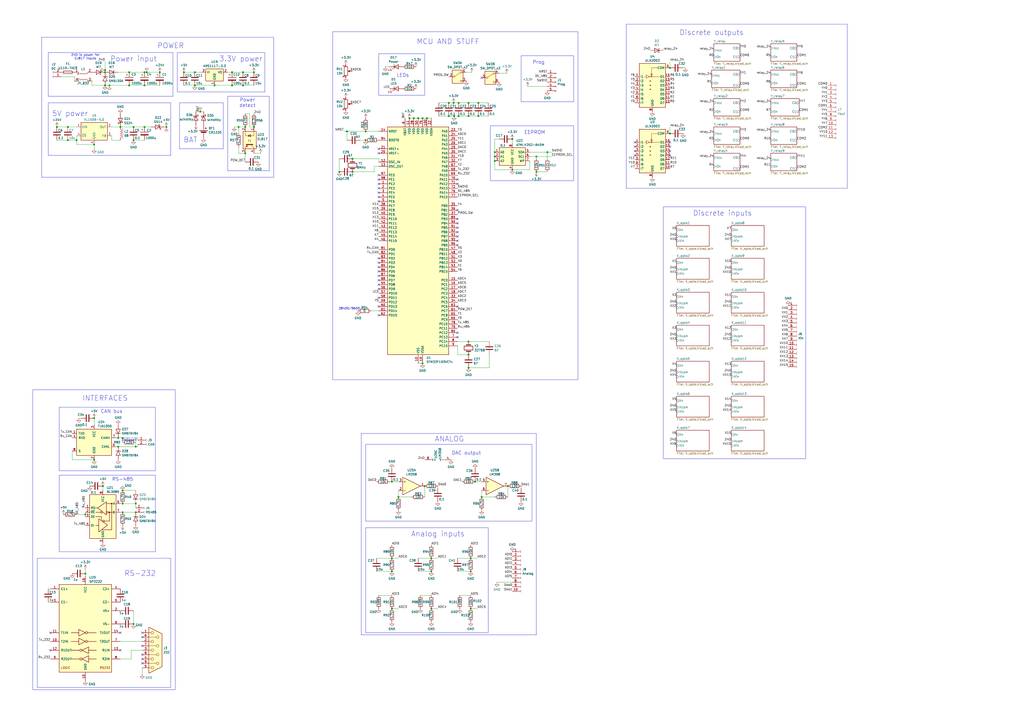
<source format=kicad_sch>
(kicad_sch (version 20250114) (generator "eeschema") (generator_version "9.0")
  (paper "A2")
  (rectangle (start 27.94 30.48) (end 100.33 55.88))
  (rectangle (start 219.71 31.115) (end 246.38 55.245))
  (rectangle (start 24.13 21.59) (end 158.75 102.87))
  (rectangle (start 284.48 73.025) (end 332.74 104.775))
  (rectangle (start 34.29 275.59) (end 90.17 320.04))
  (rectangle (start 104.14 59.69) (end 129.54 86.36))
  (rectangle (start 363.22 13.97) (end 491.49 109.22))
  (rectangle (start 132.08 55.88) (end 156.21 99.06))
  (rectangle (start 19.05 226.06) (end 101.6 400.05))
  (rectangle (start 212.09 257.81) (end 308.61 302.26))
  (rectangle (start 209.55 251.46) (end 311.15 368.3))
  (rectangle (start 21.59 323.85) (end 99.06 398.78))
  (rectangle (start 193.04 18.415) (end 335.28 220.345))
  (rectangle (start 27.94 59.69) (end 99.06 90.17))
  (rectangle (start 34.29 236.22) (end 90.17 273.05))
  (rectangle (start 102.87 30.48) (end 153.67 53.34))
  (rectangle (start 212.09 306.07) (end 283.21 367.03))
  (rectangle (start 302.26 32.385) (end 332.74 59.055))
  (rectangle (start 384.81 120.015) (end 467.36 266.065))
  (text "RS-232" (at 81.28 332.74 0) (effects (font (size 3 3))))
  (text "Discrete inputs" (at 419.1 123.825 0) (effects (font (size 3 3))))
  (text "24O is power for\nEL817 inputs" (at 49.53 33.02 0) (effects (font (size 1.27 1.27))))
  (text "RS-485" (at 71.12 278.13 0) (effects (font (size 2 2))))
  (text "38400/9600" (at 202.565 179.07 0) (effects (font (size 1.27 1.27))))
  (text "Analog inputs" (at 254 309.88 0) (effects (font (size 3 3))))
  (text "BAT" (at 110.49 81.28 0) (effects (font (size 3 3))))
  (text "3.3V power" (at 139.7 34.29 0) (effects (font (size 3 3))))
  (text "DAC output" (at 270.51 262.89 0) (effects (font (size 2 2))))
  (text "ANALOG" (at 269.24 256.54 0) (effects (font (size 3 3)) (justify right bottom)))
  (text "POWER" (at 99.06 26.67 0) (effects (font (size 3 3))))
  (text "Optional!" (at 74.93 255.27 0) (effects (font (size 1.27 1.27))))
  (text "Power\ndetect" (at 143.51 59.69 0) (effects (font (size 2 2))))
  (text "EEPROM" (at 316.23 78.105 0) (effects (font (size 2 2)) (justify right bottom)))
  (text "CAN bus" (at 64.77 238.76 0) (effects (font (size 2 2))))
  (text "LEDs" (at 233.68 43.815 0) (effects (font (size 2 2))))
  (text "Prog" (at 312.42 36.195 0) (effects (font (size 2 2))))
  (text "Discrete outputs" (at 412.75 19.05 0) (effects (font (size 3 3))))
  (text "MCU AND STUFF" (at 278.13 26.035 0) (effects (font (size 3 3)) (justify right bottom)))
  (text "Power input" (at 77.47 34.29 0) (effects (font (size 3 3))))
  (text "INTERFACES" (at 60.96 231.14 0) (effects (font (size 3 3))))
  (text "5V power" (at 40.64 66.04 0) (effects (font (size 3 3))))
  (junction (at 297.18 80.645))
  (junction (at 275.59 279.4))
  (junction (at 77.47 73.66))
  (junction (at 74.93 49.53))
  (junction (at 273.05 323.85))
  (junction (at 271.78 67.31))
  (junction (at 49.53 298.45))
  (junction (at 59.69 281.94))
  (junction (at 242.57 68.58))
  (junction (at 60.96 49.53))
  (junction (at 227.33 331.47))
  (junction (at 71.12 292.1))
  (junction (at 246.38 281.94))
  (junction (at 60.96 41.91))
  (junction (at 240.03 68.58))
  (junction (at 227.33 353.06))
  (junction (at 113.03 41.91))
  (junction (at 279.4 288.29))
  (junction (at 260.35 59.69))
  (junction (at 39.37 81.28))
  (junction (at 83.82 49.53))
  (junction (at 196.85 99.695))
  (junction (at 78.74 259.08))
  (junction (at 297.18 98.425))
  (junction (at 78.74 292.1))
  (junction (at 147.32 41.91))
  (junction (at 54.61 242.57))
  (junction (at 388.62 77.47))
  (junction (at 68.58 254))
  (junction (at 68.58 259.08))
  (junction (at 263.1136 59.69))
  (junction (at 96.52 73.66))
  (junction (at 140.97 41.91))
  (junction (at 266.065 59.69))
  (junction (at 60.96 40.64))
  (junction (at 271.78 213.36))
  (junction (at 92.71 41.91))
  (junction (at 63.5 49.53))
  (junction (at 83.82 41.91))
  (junction (at 273.05 331.47))
  (junction (at 311.15 90.805))
  (junction (at 54.61 266.7))
  (junction (at 83.82 73.66))
  (junction (at 138.43 73.66))
  (junction (at 201.295 76.2))
  (junction (at 311.15 99.695))
  (junction (at 77.47 361.95))
  (junction (at 142.24 73.66))
  (junction (at 134.62 49.53))
  (junction (at 271.78 205.74))
  (junction (at 271.78 59.69))
  (junction (at 204.47 99.695))
  (junction (at 69.85 73.66))
  (junction (at 71.12 254))
  (junction (at 212.09 81.28))
  (junction (at 49.53 332.74))
  (junction (at 39.37 73.66))
  (junction (at 77.47 81.28))
  (junction (at 71.12 284.48))
  (junction (at 245.11 68.58))
  (junction (at 106.68 41.91))
  (junction (at 277.495 67.31))
  (junction (at 287.02 90.805))
  (junction (at 266.065 67.31))
  (junction (at 271.78 198.12))
  (junction (at 140.97 49.53))
  (junction (at 147.32 73.66))
  (junction (at 113.03 49.53))
  (junction (at 287.02 88.265))
  (junction (at 78.74 297.18))
  (junction (at 71.12 297.18))
  (junction (at 231.14 288.29))
  (junction (at 124.46 49.53))
  (junction (at 85.09 41.91))
  (junction (at 250.19 331.47))
  (junction (at 273.05 353.06))
  (junction (at 287.02 93.345))
  (junction (at 263.4145 67.31))
  (junction (at 388.62 39.37))
  (junction (at 134.62 41.91))
  (junction (at 277.495 59.69))
  (junction (at 204.47 92.075))
  (junction (at 74.93 41.91))
  (junction (at 260.35 67.31))
  (junction (at 142.24 88.9))
  (junction (at 33.02 73.66))
  (junction (at 294.64 281.94))
  (junction (at 250.19 323.85))
  (junction (at 237.49 68.58))
  (junction (at 250.19 353.06))
  (junction (at 54.61 83.82))
  (junction (at 245.11 210.82))
  (junction (at 247.65 68.58))
  (junction (at 44.45 81.28))
  (junction (at 227.33 323.85))
  (junction (at 212.1489 76.2))
  (junction (at 116.1977 64.77))
  (junction (at 317.5 88.265))
  (junction (at 227.33 279.4))
  (no_connect (at 219.71 114.3))
  (no_connect (at 265.43 132.08))
  (no_connect (at 368.3 82.55))
  (no_connect (at 265.43 139.7))
  (no_connect (at 69.85 377.19))
  (no_connect (at 219.71 88.9))
  (no_connect (at 219.71 165.1))
  (no_connect (at 219.71 152.4))
  (no_connect (at 82.55 379.73))
  (no_connect (at 388.62 85.09))
  (no_connect (at 265.43 142.24))
  (no_connect (at 29.21 377.19))
  (no_connect (at 219.71 111.76))
  (no_connect (at 219.71 106.68))
  (no_connect (at 388.62 90.17))
  (no_connect (at 82.55 382.27))
  (no_connect (at 265.43 137.16))
  (no_connect (at 219.71 86.36))
  (no_connect (at 219.71 172.72))
  (no_connect (at 219.71 104.14))
  (no_connect (at 265.43 121.92))
  (no_connect (at 219.71 167.64))
  (no_connect (at 82.55 369.57))
  (no_connect (at 219.71 149.86))
  (no_connect (at 265.43 195.58))
  (no_connect (at 219.71 182.88))
  (no_connect (at 265.43 129.54))
  (no_connect (at 265.43 127))
  (no_connect (at 219.71 101.6))
  (no_connect (at 388.62 82.55))
  (no_connect (at 29.21 367.03))
  (no_connect (at 265.43 106.68))
  (no_connect (at 368.3 87.63))
  (no_connect (at 219.71 162.56))
  (no_connect (at 82.55 367.03))
  (no_connect (at 219.71 157.48))
  (no_connect (at 219.71 109.22))
  (no_connect (at 82.55 384.81))
  (no_connect (at 219.71 116.84))
  (no_connect (at 265.43 104.14))
  (no_connect (at 368.3 90.17))
  (no_connect (at 265.43 193.04))
  (no_connect (at 219.71 154.94))
  (no_connect (at 265.43 134.62))
  (no_connect (at 279.4 45.085))
  (no_connect (at 69.85 367.03))
  (no_connect (at 82.55 374.65))
  (no_connect (at 368.3 85.09))
  (no_connect (at 265.43 177.8))
  (no_connect (at 219.71 160.02))
  (no_connect (at 388.62 87.63))
  (no_connect (at 219.71 177.8))
  (wire (pts (xy 69.85 372.11) (xy 82.55 372.11)))
  (wire (pts (xy 265.43 331.47) (xy 273.05 331.47)))
  (wire (pts (xy 317.5 88.265) (xy 317.5 92.075)))
  (wire (pts (xy 238.76 288.29) (xy 231.14 288.29)))
  (wire (pts (xy 287.02 98.425) (xy 297.18 98.425)))
  (wire (pts (xy 287.02 288.29) (xy 279.4 288.29)))
  (wire (pts (xy 49.53 298.45) (xy 49.53 299.72)))
  (wire (pts (xy 135.89 73.66) (xy 138.43 73.66)))
  (wire (pts (xy 68.58 259.08) (xy 67.31 259.08)))
  (wire (pts (xy 60.96 49.53) (xy 53.34 49.53)))
  (wire (pts (xy 242.57 210.82) (xy 245.11 210.82)))
  (wire (pts (xy 39.37 81.28) (xy 44.45 81.28)))
  (wire (pts (xy 294.005 42.545) (xy 289.56 42.545)))
  (wire (pts (xy 64.77 81.28) (xy 64.77 78.74)))
  (wire (pts (xy 49.53 330.2) (xy 49.53 332.74)))
  (wire (pts (xy 242.57 68.58) (xy 245.11 68.58)))
  (wire (pts (xy 275.59 279.4) (xy 279.4 279.4)))
  (wire (pts (xy 44.45 78.74) (xy 44.45 81.28)))
  (wire (pts (xy 273.05 323.85) (xy 276.86 323.85)))
  (wire (pts (xy 240.03 68.58) (xy 242.57 68.58)))
  (wire (pts (xy 92.71 49.53) (xy 83.82 49.53)))
  (wire (pts (xy 113.665 64.77) (xy 116.1977 64.77)))
  (wire (pts (xy 271.78 59.69) (xy 277.495 59.69)))
  (wire (pts (xy 265.43 205.74) (xy 271.78 205.74)))
  (wire (pts (xy 60.96 49.53) (xy 63.5 49.53)))
  (wire (pts (xy 124.46 49.53) (xy 134.62 49.53)))
  (wire (pts (xy 82.55 377.19) (xy 76.2 377.19)))
  (wire (pts (xy 71.12 254) (xy 80.01 254)))
  (wire (pts (xy 388.62 73.66) (xy 388.62 77.47)))
  (wire (pts (xy 212.1489 76.2) (xy 219.71 76.2)))
  (wire (pts (xy 227.33 279.4) (xy 231.14 279.4)))
  (wire (pts (xy 215.265 180.34) (xy 219.71 180.34)))
  (wire (pts (xy 237.49 68.58) (xy 240.03 68.58)))
  (wire (pts (xy 45.72 242.57) (xy 46.99 242.57)))
  (wire (pts (xy 254.635 59.69) (xy 260.35 59.69)))
  (wire (pts (xy 76.2 377.19) (xy 76.2 382.27)))
  (wire (pts (xy 80.01 259.08) (xy 78.74 259.08)))
  (wire (pts (xy 320.04 88.265) (xy 317.5 88.265)))
  (wire (pts (xy 306.07 50.165) (xy 317.5 50.165)))
  (wire (pts (xy 247.65 68.58) (xy 250.19 68.58)))
  (wire (pts (xy 260.35 67.31) (xy 263.4145 67.31)))
  (wire (pts (xy 226.06 279.4) (xy 227.33 279.4)))
  (wire (pts (xy 49.53 297.18) (xy 49.53 298.45)))
  (wire (pts (xy 116.84 41.91) (xy 113.03 41.91)))
  (wire (pts (xy 204.47 99.695) (xy 217.17 99.695)))
  (wire (pts (xy 27.94 349.25) (xy 29.21 349.25)))
  (wire (pts (xy 134.62 41.91) (xy 140.97 41.91)))
  (wire (pts (xy 77.47 354.33) (xy 77.47 361.95)))
  (wire (pts (xy 265.43 200.66) (xy 265.43 205.74)))
  (wire (pts (xy 43.18 46.99) (xy 43.18 44.45)))
  (wire (pts (xy 266.065 67.31) (xy 271.78 67.31)))
  (wire (pts (xy 41.91 261.62) (xy 41.91 266.7)))
  (wire (pts (xy 68.58 254) (xy 71.12 254)))
  (wire (pts (xy 41.91 266.7) (xy 54.61 266.7)))
  (wire (pts (xy 208.915 81.28) (xy 212.09 81.28)))
  (wire (pts (xy 245.11 68.58) (xy 247.65 68.58)))
  (wire (pts (xy 283.845 213.36) (xy 283.845 205.74)))
  (wire (pts (xy 67.31 254) (xy 68.58 254)))
  (wire (pts (xy 80.01 257.81) (xy 80.01 259.08)))
  (wire (pts (xy 283.845 198.12) (xy 271.78 198.12)))
  (wire (pts (xy 63.5 49.53) (xy 74.93 49.53)))
  (wire (pts (xy 78.74 256.54) (xy 78.74 259.08)))
  (wire (pts (xy 231.14 288.29) (xy 231.14 284.48)))
  (wire (pts (xy 43.18 44.45) (xy 35.56 44.45)))
  (wire (pts (xy 279.4 288.29) (xy 279.4 284.48)))
  (wire (pts (xy 277.495 67.31) (xy 283.21 67.31)))
  (wire (pts (xy 27.94 341.63) (xy 29.21 341.63)))
  (wire (pts (xy 138.43 85.09) (xy 138.43 88.9)))
  (wire (pts (xy 317.5 88.265) (xy 307.34 88.265)))
  (wire (pts (xy 78.74 284.48) (xy 71.12 284.48)))
  (wire (pts (xy 201.295 81.28) (xy 201.295 76.2)))
  (wire (pts (xy 271.78 213.36) (xy 283.845 213.36)))
  (wire (pts (xy 54.61 242.57) (xy 54.61 246.38)))
  (wire (pts (xy 196.85 92.075) (xy 196.85 99.695)))
  (wire (pts (xy 263.4145 67.31) (xy 266.065 67.31)))
  (wire (pts (xy 243.84 345.44) (xy 250.19 345.44)))
  (wire (pts (xy 227.33 353.06) (xy 231.14 353.06)))
  (wire (pts (xy 311.15 90.805) (xy 307.34 90.805)))
  (wire (pts (xy 39.37 73.66) (xy 44.45 73.66)))
  (wire (pts (xy 74.93 49.53) (xy 83.82 49.53)))
  (wire (pts (xy 33.02 81.28) (xy 39.37 81.28)))
  (wire (pts (xy 250.19 323.85) (xy 254 323.85)))
  (wire (pts (xy 388.62 35.56) (xy 388.62 39.37)))
  (wire (pts (xy 134.62 49.53) (xy 140.97 49.53)))
  (wire (pts (xy 242.57 323.85) (xy 250.19 323.85)))
  (wire (pts (xy 106.68 49.53) (xy 113.03 49.53)))
  (wire (pts (xy 242.57 331.47) (xy 250.19 331.47)))
  (wire (pts (xy 287.02 80.645) (xy 287.02 88.265)))
  (wire (pts (xy 138.43 88.9) (xy 142.24 88.9)))
  (wire (pts (xy 250.19 353.06) (xy 254 353.06)))
  (wire (pts (xy 85.09 41.91) (xy 83.82 41.91)))
  (wire (pts (xy 78.74 259.08) (xy 68.58 259.08)))
  (wire (pts (xy 266.065 59.69) (xy 271.78 59.69)))
  (wire (pts (xy 142.24 66.04) (xy 144.78 66.04)))
  (wire (pts (xy 273.05 353.06) (xy 276.86 353.06)))
  (wire (pts (xy 254.635 67.31) (xy 260.35 67.31)))
  (wire (pts (xy 80.01 254) (xy 80.01 255.27)))
  (wire (pts (xy 288.29 337.82) (xy 297.18 337.82)))
  (wire (pts (xy 77.47 73.66) (xy 83.82 73.66)))
  (wire (pts (xy 271.78 198.12) (xy 265.43 198.12)))
  (wire (pts (xy 254 283.21) (xy 254 281.94)))
  (wire (pts (xy 219.71 345.44) (xy 227.33 345.44)))
  (wire (pts (xy 116.1977 64.77) (xy 118.11 64.77)))
  (wire (pts (xy 78.74 292.1) (xy 78.74 294.64)))
  (wire (pts (xy 33.02 73.66) (xy 39.37 73.66)))
  (wire (pts (xy 217.17 99.695) (xy 217.17 96.52)))
  (wire (pts (xy 54.61 86.36) (xy 54.61 83.82)))
  (wire (pts (xy 53.34 49.53) (xy 53.34 46.99)))
  (wire (pts (xy 289.56 80.645) (xy 287.02 80.645)))
  (wire (pts (xy 201.295 76.2) (xy 212.1489 76.2)))
  (wire (pts (xy 96.52 73.66) (xy 95.25 73.66)))
  (wire (pts (xy 311.15 92.075) (xy 311.15 90.805)))
  (wire (pts (xy 287.02 88.265) (xy 287.02 90.805)))
  (wire (pts (xy 307.34 98.425) (xy 307.34 93.345)))
  (wire (pts (xy 44.45 83.82) (xy 54.61 83.82)))
  (wire (pts (xy 218.44 323.85) (xy 227.33 323.85)))
  (wire (pts (xy 260.35 59.69) (xy 263.1136 59.69)))
  (wire (pts (xy 147.32 88.9) (xy 151.13 88.9)))
  (wire (pts (xy 140.97 49.53) (xy 147.32 49.53)))
  (wire (pts (xy 302.26 283.21) (xy 302.26 281.94)))
  (wire (pts (xy 76.2 382.27) (xy 69.85 382.27)))
  (wire (pts (xy 311.15 99.695) (xy 317.5 99.695)))
  (wire (pts (xy 287.02 93.345) (xy 287.02 98.425)))
  (wire (pts (xy 266.7 345.44) (xy 273.05 345.44)))
  (wire (pts (xy 144.78 73.66) (xy 147.32 73.66)))
  (wire (pts (xy 60.96 40.64) (xy 60.96 41.91)))
  (wire (pts (xy 140.97 41.91) (xy 147.32 41.91)))
  (wire (pts (xy 69.85 73.66) (xy 64.77 73.66)))
  (wire (pts (xy 87.63 73.66) (xy 83.82 73.66)))
  (wire (pts (xy 78.74 292.1) (xy 71.12 292.1)))
  (wire (pts (xy 218.44 331.47) (xy 227.33 331.47)))
  (wire (pts (xy 92.71 41.91) (xy 85.09 41.91)))
  (wire (pts (xy 82.55 391.16) (xy 82.55 387.35)))
  (wire (pts (xy 74.93 41.91) (xy 83.82 41.91)))
  (wire (pts (xy 217.17 96.52) (xy 219.71 96.52)))
  (wire (pts (xy 227.33 323.85) (xy 231.14 323.85)))
  (wire (pts (xy 287.02 90.805) (xy 287.02 93.345)))
  (wire (pts (xy 69.85 81.28) (xy 64.77 81.28)))
  (wire (pts (xy 78.74 297.18) (xy 71.12 297.18)))
  (wire (pts (xy 144.78 66.04) (xy 144.78 73.66)))
  (wire (pts (xy 142.24 93.98) (xy 142.24 88.9)))
  (wire (pts (xy 219.71 92.075) (xy 219.71 93.98)))
  (wire (pts (xy 71.12 292.1) (xy 69.85 292.1)))
  (wire (pts (xy 271.78 67.31) (xy 277.495 67.31)))
  (wire (pts (xy 199.39 76.2) (xy 201.295 76.2)))
  (wire (pts (xy 138.43 73.66) (xy 142.24 73.66)))
  (wire (pts (xy 273.685 41.91) (xy 270.51 41.91)))
  (wire (pts (xy 68.58 41.91) (xy 74.93 41.91)))
  (wire (pts (xy 44.45 298.45) (xy 49.53 298.45)))
  (wire (pts (xy 77.47 81.28) (xy 83.82 81.28)))
  (wire (pts (xy 320.04 90.805) (xy 311.15 90.805)))
  (wire (pts (xy 277.495 59.69) (xy 283.21 59.69)))
  (wire (pts (xy 263.1136 59.69) (xy 266.065 59.69)))
  (wire (pts (xy 297.18 80.645) (xy 297.18 83.185)))
  (wire (pts (xy 71.12 297.18) (xy 69.85 297.18)))
  (wire (pts (xy 44.45 81.28) (xy 44.45 83.82)))
  (wire (pts (xy 297.18 98.425) (xy 307.34 98.425)))
  (wire (pts (xy 246.38 288.29) (xy 246.38 281.94)))
  (wire (pts (xy 223.52 38.735) (xy 226.06 38.735)))
  (wire (pts (xy 59.69 281.94) (xy 59.69 284.48)))
  (wire (pts (xy 134.62 41.91) (xy 132.08 41.91)))
  (wire (pts (xy 294.64 288.29) (xy 294.64 281.94)))
  (wire (pts (xy 138.43 73.66) (xy 138.43 77.47)))
  (wire (pts (xy 204.47 92.075) (xy 219.71 92.075)))
  (wire (pts (xy 60.96 35.56) (xy 60.96 40.64)))
  (wire (pts (xy 49.53 332.74) (xy 49.53 334.01)))
  (wire (pts (xy 265.43 323.85) (xy 273.05 323.85)))
  (wire (pts (xy 77.47 73.66) (xy 69.85 73.66)))
  (wire (pts (xy 106.68 41.91) (xy 113.03 41.91)))
  (wire (pts (xy 113.03 49.53) (xy 124.46 49.53)))
  (wire (pts (xy 397.51 39.37) (xy 396.24 39.37)))
  (wire (pts (xy 71.12 254) (xy 71.12 256.54)))
  (label "SWDIO" (at 317.5 47.625 180))
  (label "X12" (at 219.71 124.46 180))
  (label "YY3" (at 480.06 59.69 180))
  (label "ADi3" (at 297.18 330.2 180))
  (label "24O" (at 424.18 236.22 180))
  (label "Y4" (at 368.3 49.53 180))
  (label "ADi1" (at 250.19 316.23 0))
  (label "relay_24" (at 384.81 29.21 0))
  (label "ADi2" (at 297.18 327.66 180))
  (label "X0" (at 392.43 133.35 180))
  (label "X0" (at 265.43 152.4 0))
  (label "BAT" (at 234.95 68.58 90))
  (label "R11" (at 388.62 92.71 0))
  (label "EEPROM_SCL" (at 265.43 114.3 0))
  (label "YY1" (at 480.06 54.61 180))
  (label "24O" (at 377.19 29.21 180))
  (label "Y1" (at 368.3 57.15 180))
  (label "COM0" (at 429.26 49.53 0))
  (label "ADC5" (at 265.43 165.1 0))
  (label "XX3" (at 457.2 187.325 180))
  (label "ADC1" (at 265.43 83.82 0))
  (label "Rx_485" (at 49.53 294.64 90))
  (label "X1" (at 392.43 152.4 180))
  (label "DAo0" (at 297.18 340.36 180))
  (label "COM2" (at 480.06 74.93 180))
  (label "ADi4" (at 297.18 332.74 180))
  (label "relay_24" (at 447.04 59.69 180))
  (label "24O" (at 392.43 175.895 180))
  (label "Rx_232" (at 265.43 101.6 0))
  (label "relay_24" (at 447.04 92.71 180))
  (label "XX5" (at 392.43 238.76 180))
  (label "SWDIO" (at 265.43 109.22 0))
  (label "relay_24" (at 412.75 43.815 180))
  (label "ADi3" (at 227.33 345.44 0))
  (label "NRST" (at 317.5 42.545 180))
  (label "Y4" (at 265.43 119.38 0))
  (label "ADC5" (at 276.86 353.06 0))
  (label "COM0" (at 429.26 64.77 0))
  (label "XX13" (at 457.2 207.645 180))
  (label "X4" (at 392.43 212.09 180))
  (label "YY0" (at 429.26 27.94 0))
  (label "ADC7" (at 204.47 60.325 0))
  (label "X13" (at 424.18 212.09 180))
  (label "relay_24" (at 447.04 43.18 180))
  (label "YY10" (at 480.06 77.47 180))
  (label "ADC4" (at 254 353.06 0))
  (label "XX10" (at 424.18 158.75 180))
  (label "R7" (at 388.62 97.79 0))
  (label "Y1" (at 265.43 182.88 0))
  (label "DAo1" (at 302.26 281.94 0))
  (label "XX3" (at 392.43 197.485 180))
  (label "ADC6" (at 265.43 167.64 0))
  (label "X6" (at 392.43 252.095 180))
  (label "Tx_232" (at 265.43 99.06 0))
  (label "relay_24" (at 388.62 35.56 0))
  (label "DAC0" (at 218.44 279.4 180))
  (label "24O" (at 392.43 194.945 180))
  (label "X13" (at 219.71 127 180))
  (label "X3" (at 392.43 191.135 180))
  (label "ADC7" (at 265.43 170.18 0))
  (label "YY4" (at 480.06 64.77 180))
  (label "YY2" (at 429.26 59.69 0))
  (label "Tx_485" (at 49.53 304.8 180))
  (label "Rx_485" (at 265.43 190.5 0))
  (label "relay_24" (at 414.02 91.44 180))
  (label "COM1" (at 462.28 49.53 0))
  (label "X12" (at 424.18 191.135 180))
  (label "XX12" (at 424.18 197.485 180))
  (label "24O" (at 424.18 194.945 180))
  (label "ADi1" (at 297.18 325.12 180))
  (label "R11" (at 447.04 96.52 180))
  (label "ADC2" (at 265.43 172.72 0))
  (label "XX11" (at 457.2 202.565 180))
  (label "COM2" (at 462.28 97.79 0))
  (label "24O" (at 424.18 156.21 180))
  (label "XX2" (at 457.2 184.785 180))
  (label "XX10" (at 457.2 200.025 180))
  (label "Tx_CAN" (at 41.91 251.46 180))
  (label "X7" (at 424.18 133.35 180))
  (label "XX4" (at 457.2 189.865 180))
  (label "relay_24" (at 414.02 29.21 180))
  (label "XX14" (at 424.18 238.76 180))
  (label "COM1" (at 480.06 62.23 180))
  (label "ADC4" (at 265.43 162.56 0))
  (label "Y2" (at 265.43 96.52 0))
  (label "XX14" (at 457.2 210.185 180))
  (label "XX15" (at 457.2 212.725 180))
  (label "X14" (at 424.18 232.41 180))
  (label "DE_485" (at 317.5 45.085 180))
  (label "Y6" (at 265.43 157.48 0))
  (label "Y6" (at 368.3 44.45 180))
  (label "X7" (at 219.71 137.16 180))
  (label "ADC1" (at 254 323.85 0))
  (label "ADC3" (at 231.14 353.06 0))
  (label "R4" (at 414.02 96.52 180))
  (label "Y0" (at 368.3 59.69 180))
  (label "X15" (at 424.18 252.095 180))
  (label "XX15" (at 424.18 258.445 180))
  (label "XX1" (at 392.43 158.75 180))
  (label "ADi5" (at 273.05 345.44 0))
  (label "R5" (at 447.04 33.02 180))
  (label "YY10" (at 462.28 76.2 0))
  (label "DAC0" (at 265.43 86.36 0))
  (label "XX6" (at 392.43 258.445 180))
  (label "X4" (at 219.71 139.7 180))
  (label "X11" (at 219.71 132.08 180))
  (label "R1" (at 412.75 48.26 180))
  (label "relay_24" (at 414.02 77.47 180))
  (label "24O" (at 424.18 137.16 180))
  (label "ADC0" (at 265.43 78.74 0))
  (label "X10" (at 219.71 129.54 180))
  (label "POW_DET" (at 142.24 93.98 180))
  (label "R6" (at 388.62 44.45 0))
  (label "COM1" (at 462.28 33.02 0))
  (label "XX0" (at 457.2 179.705 180))
  (label "R2" (at 388.62 54.61 0))
  (label "relay_24" (at 447.04 76.2 180))
  (label "24O" (at 147.32 66.04 0))
  (label "XX13" (at 424.18 218.44 180))
  (label "R0" (at 414.02 33.02 180))
  (label "Y5" (at 219.71 175.26 180))
  (label "YY5" (at 480.06 67.31 180))
  (label "Y10" (at 265.43 91.44 0))
  (label "R10" (at 388.62 95.25 0))
  (label "R4" (at 388.62 49.53 0))
  (label "YY11" (at 462.28 91.44 0))
  (label "DAo1" (at 297.18 342.9 180))
  (label "XX12" (at 457.2 205.105 180))
  (label "Rx_232" (at 29.21 382.27 180))
  (label "R10" (at 447.04 81.28 180))
  (label "XX6" (at 457.2 194.945 180))
  (label "ADi5" (at 297.18 335.28 180))
  (label "R6" (at 447.04 48.26 180))
  (label "YY4" (at 429.26 91.44 0))
  (label "24O" (at 424.18 255.905 180))
  (label "Y2" (at 368.3 54.61 180))
  (label "24O" (at 60.96 35.56 180))
  (label "YY11" (at 480.06 80.01 180))
  (label "COM2" (at 462.28 81.28 0))
  (label "24O" (at 392.43 236.22 180))
  (label "XX7" (at 457.2 197.485 180))
  (label "Y10" (at 368.3 95.25 180))
  (label "DAC1" (at 267.97 279.4 180))
  (label "NRST" (at 199.39 76.2 180))
  (label "DAC1" (at 265.43 88.9 0))
  (label "X10" (at 424.18 152.4 180))
  (label "X5" (at 265.43 144.78 0))
  (label "COM1" (at 463.55 64.77 0))
  (label "24O" (at 392.43 137.16 180))
  (label "X6" (at 219.71 134.62 180))
  (label "YY5" (at 462.28 27.94 0))
  (label "24O" (at 424.18 175.895 180))
  (label "YY0" (at 480.06 52.07 180))
  (label "24O" (at 392.43 255.905 180))
  (label "DE_485" (at 265.43 111.76 0))
  (label "Y3" (at 368.3 52.07 180))
  (label "LED" (at 219.71 170.18 180))
  (label "COM1" (at 429.26 97.79 0))
  (label "relay_24" (at 447.04 27.94 180))
  (label "YY7" (at 463.55 59.69 0))
  (label "ADi4" (at 250.19 345.44 0))
  (label "YY6" (at 462.28 43.18 0))
  (label "X2" (at 392.43 172.085 180))
  (label "XX1" (at 457.2 182.245 180))
  (label "R2" (at 414.02 64.77 180))
  (label "DAo0" (at 254 281.94 0))
  (label "X3" (at 265.43 149.86 0))
  (label "X14" (at 219.71 119.38 180))
  (label "XX2" (at 392.43 178.435 180))
  (label "R3" (at 388.62 52.07 0))
  (label "Y11" (at 265.43 81.28 0))
  (label "X15" (at 219.71 121.92 180))
  (label "Y7" (at 368.3 97.79 180))
  (label "X1" (at 265.43 154.94 0))
  (label "ADi2" (at 273.05 316.23 0))
  (label "YY3" (at 429.26 76.2 0))
  (label "R1" (at 388.62 57.15 0))
  (label "R5" (at 388.62 46.99 0))
  (label "24O" (at 246.38 266.7 180))
  (label "SWDIO" (at 320.04 88.265 0))
  (label "ADC2" (at 276.86 323.85 0))
  (label "YY6" (at 480.06 69.85 180))
  (label "LED" (at 226.06 51.435 180))
  (label "24O" (at 392.43 156.21 180))
  (label "Y5" (at 368.3 46.99 180))
  (label "R3" (at 414.02 81.28 180))
  (label "COM0" (at 429.26 81.28 0))
  (label "ADi0" (at 227.33 316.23 0))
  (label "BAT" (at 115.7195 64.77 90))
  (label "X11" (at 424.18 172.085 180))
  (label "PROG_SW" (at 260.35 44.45 180))
  (label "POW_DET" (at 265.43 180.34 0))
  (label "ADC0" (at 231.14 323.85 0))
  (label "R0" (at 388.62 59.69 0))
  (label "Y7" (at 265.43 93.98 0))
  (label "Y3" (at 265.43 76.2 0))
  (label "relay_24" (at 388.62 73.66 0))
  (label "XX5" (at 457.2 192.405 180))
  (label "24O" (at 392.43 215.9 180))
  (label "Rx_CAN" (at 41.91 254 180))
  (label "YY7" (at 480.06 72.39 180))
  (label "ADi0" (at 297.18 322.58 180))
  (label "ADC6" (at 204.47 41.275 0))
  (label "YY1" (at 429.26 43.18 0))
  (label "X5" (at 392.43 232.41 180))
  (label "XX7" (at 424.18 139.7 180))
  (label "relay_24" (at 414.02 59.69 180))
  (label "COM0" (at 429.26 33.02 0))
  (label "COM0" (at 480.06 49.53 180))
  (label "XX11" (at 424.18 178.435 180))
  (label "Rx_CAN" (at 219.71 144.78 180))
  (label "Tx_485" (at 265.43 187.96 0))
  (label "XX0" (at 392.43 139.7 180))
  (label "EEPROM_SCL" (at 320.04 90.805 0))
  (label "DE_485" (at 45.72 298.45 90))
  (label "X2" (at 265.43 147.32 0))
  (label "PROG_SW" (at 265.43 124.46 0))
  (label "Tx_CAN" (at 219.71 147.32 180))
  (label "24O" (at 424.18 215.9 180))
  (label "ADC3" (at 265.43 175.26 0))
  (label "Tx_232" (at 29.21 372.11 180))
  (label "YY2" (at 480.06 57.15 180))
  (label "Y0" (at 265.43 185.42 0))
  (label "R7" (at 447.04 64.77 180))
  (label "Y11" (at 368.3 92.71 180))
  (label "XX4" (at 392.43 218.44 180))
  (symbol (lib_id "Device:R") (at 215.9 81.28 90) (unit 1)
    (property "Reference" "R1" (at 215.9 79.375 90))
    (property "Value" "10k" (at 215.9 81.28 90))
    (property "Footprint" "Resistor_SMD:R_0603_1608Metric_Pad0.98x0.95mm_HandSolder" (effects (hide yes)))
    (property "Description" "Resistor" (effects (hide yes)))
  )
  (symbol (lib_id "power:+3.3V") (at 49.53 330.2 0) (unit 1)
    (property "Reference" "#PWR058" (effects (hide yes)))
    (property "Value" "+3.3V" (at 49.53 326.0669 0))
    (property "Description" "Power symbol creates a global label with name \"+3.3V\"" (effects (hide yes)))
  )
  (symbol (lib_id "Switch:SW_DPDT_x2") (at 284.48 45.085 0) (unit 2)
    (property "Reference" "SW3" (at 284.48 37.1305 0))
    (property "Value" "SW_DPDT_x2" (at 284.48 39.5548 0))
    (property "Footprint" "Button_Switch_THT:SW_CK_JS202011CQN_DPDT_Straight" (effects (hide yes)))
    (property "Description" "Switch, dual pole double throw, separate symbols" (effects (hide yes)))
  )
  (symbol (lib_id "Device:C") (at 140.97 45.72 0) (unit 1)
    (property "Reference" "C8" (at 141.605 43.815 0) (effects (justify left)))
    (property "Value" "0.1" (at 141.605 48.26 0) (effects (justify left)))
    (property "Footprint" "Capacitor_SMD:C_0603_1608Metric_Pad1.08x0.95mm_HandSolder" (effects (hide yes)))
    (property "Description" "Unpolarized capacitor" (effects (hide yes)))
  )
  (symbol (lib_id "Device:C") (at 27.94 345.44 0) (unit 1)
    (property "Reference" "C15" (at 28.575 343.535 0) (effects (justify left)))
    (property "Value" "1u" (at 28.575 347.98 0) (effects (justify left)))
    (property "Footprint" "Capacitor_SMD:C_0805_2012Metric_Pad1.18x1.45mm_HandSolder" (effects (hide yes)))
    (property "Description" "Unpolarized capacitor" (effects (hide yes)))
  )
  (symbol (lib_id "Device:C") (at 205.105 81.28 90) (unit 1)
    (property "Reference" "C30" (at 205.105 77.47 90))
    (property "Value" "6?" (at 207.645 79.375 90))
    (property "Footprint" "Capacitor_SMD:C_0805_2012Metric_Pad1.18x1.45mm_HandSolder" (effects (hide yes)))
    (property "Description" "Unpolarized capacitor" (effects (hide yes)))
  )
  (symbol (lib_id "power:GND") (at 60.96 49.53 0) (unit 1)
    (property "Reference" "#PWR046" (effects (hide yes)))
    (property "Value" "GND" (at 60.96 53.6631 0))
    (property "Description" "Power symbol creates a global label with name \"GND\" , ground" (effects (hide yes)))
  )
  (symbol (lib_id "Transistor_Array:ULN2003") (at 378.46 87.63 0) (unit 1)
    (property "Reference" "U3" (at 378.46 70.7855 0))
    (property "Value" "ULN2003" (at 378.46 73.2098 0))
    (property "Footprint" "Package_SO:SOIC-16_3.9x9.9mm_P1.27mm" (effects (hide yes)))
    (property "Datasheet" "http://www.ti.com/lit/ds/symlink/uln2003a.pdf" (effects (hide yes)))
    (property "Description" "High Voltage, High Current Darlington Transistor Arrays, SOIC16/SOIC16W/DIP16/TSSOP16" (effects (hide yes)))
  )
  (symbol (lib_id "Diode:SMAJ30A") (at 60.96 45.72 270) (unit 1)
    (property "Reference" "D20" (at 62.992 44.5078 90) (effects (justify left)))
    (property "Value" "SMBJ30A" (at 62.992 46.9321 90) (effects (justify left)))
    (property "Footprint" "Diode_SMD:D_SMB" (effects (hide yes)))
    (property "Datasheet" "https://www.littelfuse.com/media?resourcetype=datasheets&itemid=75e32973-b177-4ee3-a0ff-cedaf1abdb93&filename=smaj-datasheet" (effects (hide yes)))
    (property "Description" "400W unidirectional Transient Voltage Suppressor, 30.0Vr, SMA(DO-214AC)" (effects (hide yes)))
  )
  (symbol (lib_id "Device:C_Polarized") (at 74.93 45.72 0) (unit 1)
    (property "Reference" "C3" (at 76.2 43.18 0) (effects (justify left)))
    (property "Value" "1000u" (at 76.2 48.26 0) (effects (justify left)))
    (property "Footprint" "Capacitor_THT:CP_Radial_D14.0mm_P7.50mm" (effects (hide yes)))
    (property "Description" "Polarized capacitor" (effects (hide yes)))
  )
  (symbol (lib_id "power:GND") (at 207.645 180.34 0) (unit 1)
    (property "Reference" "#PWR044" (effects (hide yes)))
    (property "Value" "GND" (at 207.645 184.4731 0))
    (property "Description" "Power symbol creates a global label with name \"GND\" , ground" (effects (hide yes)))
  )
  (symbol (lib_id "Device:R") (at 147.32 69.85 180) (unit 1)
    (property "Reference" "R56" (at 150.495 69.85 0))
    (property "Value" "6.2k" (at 147.32 69.85 90))
    (property "Footprint" "Resistor_SMD:R_0603_1608Metric_Pad0.98x0.95mm_HandSolder" (effects (hide yes)))
    (property "Description" "Resistor" (effects (hide yes)))
  )
  (symbol (lib_id "Memory_EEPROM:AT24CS64-SSHM") (at 297.18 90.805 0) (unit 1)
    (property "Reference" "U22" (at 299.3741 81.5805 0) (effects (justify left)))
    (property "Value" "ATMLH202-64DM" (at 299.3741 84.0048 0) (effects (justify left)))
    (property "Footprint" "Package_SO:SOIC-8_3.9x4.9mm_P1.27mm" (effects (hide yes)))
    (property "Datasheet" "http://ww1.microchip.com/downloads/en/DeviceDoc/Atmel-8870-SEEPROM-AT24CS64-Datasheet.pdf" (effects (hide yes)))
    (property "Description" "I2C Serial EEPROM, 64Kb (8192x8) with Unique Serial Number, SO8" (effects (hide yes)))
  )
  (symbol (lib_id "power:GND") (at 200.66 64.135 0) (unit 1)
    (property "Reference" "#PWR015" (effects (hide yes)))
    (property "Value" "GND" (at 200.66 68.2681 0))
    (property "Description" "Power symbol creates a global label with name \"GND\" , ground" (effects (hide yes)))
  )
  (symbol (lib_id "Device:Crystal") (at 271.78 201.93 270) (unit 1)
    (property "Reference" "Y2" (at 275.1074 200.7178 90) (effects (justify left)))
    (property "Value" "32768" (at 275.1074 203.1421 90) (effects (justify left)))
    (property "Footprint" "Crystal:Crystal_HC49-U_Vertical" (effects (hide yes)))
    (property "Description" "Two pin crystal" (effects (hide yes)))
  )
  (symbol (lib_id "Device:R") (at 266.7 349.25 0) (unit 1)
    (property "Reference" "R101" (at 260.35 349.25 0) (effects (justify left)))
    (property "Value" "499" (at 266.7 351.155 90) (effects (justify left)))
    (property "Footprint" "Resistor_SMD:R_1210_3225Metric_Pad1.30x2.65mm_HandSolder" (effects (hide yes)))
    (property "Description" "Resistor" (effects (hide yes)))
  )
  (symbol (lib_id "Device:R") (at 237.49 38.735 90) (unit 1)
    (property "Reference" "R47" (at 237.49 36.83 90))
    (property "Value" "510" (at 237.49 38.735 90))
    (property "Footprint" "Resistor_SMD:R_0603_1608Metric_Pad0.98x0.95mm_HandSolder" (effects (hide yes)))
    (property "Description" "Resistor" (effects (hide yes)))
  )
  (symbol (lib_id "Transistor_Array:ULN2003") (at 378.46 49.53 0) (unit 1)
    (property "Reference" "U4" (at 378.46 32.6855 0))
    (property "Value" "ULN2003" (at 378.46 35.1098 0))
    (property "Footprint" "Package_SO:SOIC-16_3.9x9.9mm_P1.27mm" (effects (hide yes)))
    (property "Datasheet" "http://www.ti.com/lit/ds/symlink/uln2003a.pdf" (effects (hide yes)))
    (property "Description" "High Voltage, High Current Darlington Transistor Arrays, SOIC16/SOIC16W/DIP16/TSSOP16" (effects (hide yes)))
  )
  (symbol (lib_id "Interface_CAN_LIN:TJA1051T") (at 54.61 256.54 0) (unit 1)
    (property "Reference" "U24" (at 56.8041 244.7755 0) (effects (justify left)))
    (property "Value" "TJA1050" (at 56.8041 247.1998 0) (effects (justify left)))
    (property "Footprint" "Package_SO:SOIC-8_3.9x4.9mm_P1.27mm" (effects (hide yes)))
    (property "Datasheet" "http://www.nxp.com/docs/en/data-sheet/TJA1051.pdf" (effects (hide yes)))
    (property "Description" "High-Speed CAN Transceiver, silent mode, SOIC-8" (effects (hide yes)))
  )
  (symbol (lib_id "power:PWR_FLAG") (at 85.09 41.91 0) (unit 1)
    (property "Reference" "#FLG01" (effects (hide yes)))
    (property "Value" "PWR_FLAG" (effects (hide yes)))
    (property "Description" "Special symbol for telling ERC where power comes from" (effects (hide yes)))
  )
  (symbol (lib_id "power:+24V") (at 92.71 41.91 0) (unit 1)
    (property "Reference" "#PWR051" (effects (hide yes)))
    (property "Value" "+24V" (at 92.71 37.7769 0))
    (property "Description" "Power symbol creates a global label with name \"+24V\"" (effects (hide yes)))
  )
  (symbol (lib_id "Amplifier_Operational:LM358") (at 254 264.16 90) (unit 3)
    (property "Reference" "U25" (at 252.7878 266.065 0) (effects (justify left)))
    (property "Value" "LM358" (at 255.2121 266.065 0) (effects (justify left)))
    (property "Footprint" "Package_SO:SO-8_3.9x4.9mm_P1.27mm" (effects (hide yes)))
    (property "Datasheet" "http://www.ti.com/lit/ds/symlink/lm2904-n.pdf" (effects (hide yes)))
    (property "Description" "Low-Power, Dual Operational Amplifiers, DIP-8/SOIC-8/TO-99-8" (effects (hide yes)))
  )
  (symbol (lib_id "power:GND") (at 200.66 45.085 0) (unit 1)
    (property "Reference" "#PWR012" (effects (hide yes)))
    (property "Value" "GND" (at 200.66 49.2181 0))
    (property "Description" "Power symbol creates a global label with name \"GND\" , ground" (effects (hide yes)))
  )
  (symbol (lib_id "Interface_UART:MAX3232") (at 49.53 364.49 0) (unit 1)
    (property "Reference" "U20" (at 51.7241 334.9455 0) (effects (justify left)))
    (property "Value" "SP3232" (at 51.7241 337.3698 0) (effects (justify left)))
    (property "Footprint" "Package_SO:SOIC-16_3.9x9.9mm_P1.27mm" (effects (hide yes)))
    (property "Datasheet" "https://datasheets.maximintegrated.com/en/ds/MAX3222-MAX3241.pdf" (effects (hide yes)))
    (property "Description" "3.0V to 5.5V, Low-Power, up to 1Mbps, True RS-232 Transceivers Using Four 0.1μF External Capacitors" (effects (hide yes)))
  )
  (symbol (lib_id "Device:C") (at 293.37 80.645 90) (unit 1)
    (property "Reference" "C17" (at 291.465 78.6572 90) (effects (justify left)))
    (property "Value" "0.1" (at 293.37 84.3722 90) (effects (justify left)))
    (property "Footprint" "Capacitor_SMD:C_0603_1608Metric_Pad1.08x0.95mm_HandSolder" (effects (hide yes)))
    (property "Description" "Unpolarized capacitor" (effects (hide yes)))
  )
  (symbol (lib_id "power:+5V") (at 71.12 304.8 180) (unit 1)
    (property "Reference" "#PWR067" (effects (hide yes)))
    (property "Value" "+5V" (at 71.12 308.9331 0))
    (property "Description" "Power symbol creates a global label with name \"+5V\"" (effects (hide yes)))
  )
  (symbol (lib_id "Connector:Conn_01x13_Socket") (at 485.14 64.77 0) (unit 1)
    (property "Reference" "J7" (at 485.8512 63.5578 0) (effects (justify left)))
    (property "Value" "Yout" (at 485.8512 65.9821 0) (effects (justify left)))
    (property "Description" "Generic connector, single row, 01x13, script generated" (effects (hide yes)))
  )
  (symbol (lib_id "power:GND") (at 82.55 391.16 0) (unit 1)
    (property "Reference" "#PWR062" (effects (hide yes)))
    (property "Value" "GND" (at 86.36 393.065 0))
    (property "Description" "Power symbol creates a global label with name \"GND\" , ground" (effects (hide yes)))
  )
  (symbol (lib_id "power:PWR_FLAG") (at 116.1977 64.77 0) (unit 1)
    (property "Reference" "#FLG04" (effects (hide yes)))
    (property "Value" "PWR_FLAG" (effects (hide yes)))
    (property "Description" "Special symbol for telling ERC where power comes from" (effects (hide yes)))
  )
  (symbol (lib_id "power:+5V") (at 36.83 298.45 0) (unit 1)
    (property "Reference" "#PWR064" (effects (hide yes)))
    (property "Value" "+5V" (at 36.83 294.3169 0))
    (property "Description" "Power symbol creates a global label with name \"+5V\"" (effects (hide yes)))
  )
  (symbol (lib_id "Device:C") (at 45.72 332.74 90) (unit 1)
    (property "Reference" "C13" (at 47.625 328.295 90) (effects (justify left)))
    (property "Value" "1u" (at 45.085 336.1724 90) (effects (justify left)))
    (property "Footprint" "Capacitor_SMD:C_0805_2012Metric_Pad1.18x1.45mm_HandSolder" (effects (hide yes)))
    (property "Description" "Unpolarized capacitor" (effects (hide yes)))
  )
  (symbol (lib_id "Device:C_Polarized") (at 83.82 77.47 0) (unit 1)
    (property "Reference" "C2" (at 85.09 75.565 0) (effects (justify left)))
    (property "Value" "1000u" (at 84.455 80.01 0) (effects (justify left)))
    (property "Footprint" "Capacitor_THT:CP_Radial_D14.0mm_P7.50mm" (effects (hide yes)))
    (property "Description" "Polarized capacitor" (effects (hide yes)))
  )
  (symbol (lib_id "Diode:SM6T6V8A") (at 68.58 250.19 90) (unit 1)
    (property "Reference" "D37" (at 70.612 248.9778 90) (effects (justify right)))
    (property "Value" "SM6T6V8A" (at 70.612 251.4021 90) (effects (justify right)))
    (property "Footprint" "Diode_SMD:D_SMB" (effects (hide yes)))
    (property "Datasheet" "https://www.st.com/resource/en/datasheet/sm6t.pdf" (effects (hide yes)))
    (property "Description" "600W unidirectional Transil Transient Voltage Suppressor, 6.8Vrwm, DO-214AA" (effects (hide yes)))
  )
  (symbol (lib_id "power:+5V") (at 54.61 242.57 0) (unit 1)
    (property "Reference" "#PWR085" (effects (hide yes)))
    (property "Value" "+5V" (at 54.61 238.4369 0))
    (property "Description" "Power symbol creates a global label with name \"+5V\"" (effects (hide yes)))
  )
  (symbol (lib_id "Switch:SW_DPDT_x2") (at 265.43 44.45 0) (unit 1)
    (property "Reference" "SW3" (at 265.43 36.4955 0))
    (property "Value" "SW_DPDT_x2" (at 265.43 38.9198 0))
    (property "Footprint" "Button_Switch_THT:SW_CK_JS202011CQN_DPDT_Straight" (effects (hide yes)))
    (property "Description" "Switch, dual pole double throw, separate symbols" (effects (hide yes)))
  )
  (symbol (lib_id "power:+3.3V") (at 237.49 68.58 0) (unit 1)
    (property "Reference" "#PWR02" (effects (hide yes)))
    (property "Value" "+3.3V" (at 237.49 64.4469 0))
    (property "Description" "Power symbol creates a global label with name \"+3.3V\"" (effects (hide yes)))
  )
  (symbol (lib_id "Device:C") (at 33.02 77.47 0) (unit 1)
    (property "Reference" "C6" (at 33.655 75.565 0) (effects (justify left)))
    (property "Value" "0.1" (at 33.655 80.01 0) (effects (justify left)))
    (property "Footprint" "Capacitor_SMD:C_0603_1608Metric_Pad1.08x0.95mm_HandSolder" (effects (hide yes)))
    (property "Description" "Unpolarized capacitor" (effects (hide yes)))
  )
  (symbol (lib_id "Device:Fuse") (at 39.37 41.91 90) (unit 1)
    (property "Reference" "F1" (at 39.37 37.0035 90))
    (property "Value" "U110-TAER" (at 39.37 39.4278 90))
    (property "Description" "Fuse" (effects (hide yes)))
  )
  (symbol (lib_id "power:GND") (at 59.69 314.96 0) (unit 1)
    (property "Reference" "#PWR0107" (effects (hide yes)))
    (property "Value" "GND" (at 59.69 318.77 0))
    (property "Description" "Power symbol creates a global label with name \"GND\" , ground" (effects (hide yes)))
  )
  (symbol (lib_id "Device:C") (at 392.43 77.47 90) (unit 1)
    (property "Reference" "C33" (at 397.51 74.93 90) (effects (justify left)))
    (property "Value" "0.1" (at 393.7 81.28 90) (effects (justify left)))
    (property "Footprint" "Capacitor_SMD:C_0603_1608Metric_Pad1.08x0.95mm_HandSolder" (effects (hide yes)))
    (property "Description" "Unpolarized capacitor" (effects (hide yes)))
  )
  (symbol (lib_id "power:GND") (at 135.89 73.66 0) (unit 1)
    (property "Reference" "#PWR077" (effects (hide yes)))
    (property "Value" "GND" (at 135.89 77.7931 0))
    (property "Description" "Power symbol creates a global label with name \"GND\" , ground" (effects (hide yes)))
  )
  (symbol (lib_id "power:GND") (at 273.05 331.47 0) (unit 1)
    (property "Reference" "#PWR0101" (effects (hide yes)))
    (property "Value" "GND" (at 273.05 335.6031 0))
    (property "Description" "Power symbol creates a global label with name \"GND\" , ground" (effects (hide yes)))
  )
  (symbol (lib_id "Device:R") (at 273.05 349.25 180) (unit 1)
    (property "Reference" "R102" (at 276.86 348.615 0))
    (property "Value" "10k" (at 273.05 349.25 90))
    (property "Footprint" "Resistor_SMD:R_0603_1608Metric_Pad0.98x0.95mm_HandSolder" (effects (hide yes)))
    (property "Description" "Resistor" (effects (hide yes)))
  )
  (symbol (lib_id "power:GND") (at 254 290.83 0) (unit 1)
    (property "Reference" "#PWR095" (effects (hide yes)))
    (property "Value" "GND" (at 254 294.9631 0))
    (property "Description" "Power symbol creates a global label with name \"GND\" , ground" (effects (hide yes)))
  )
  (symbol (lib_id "Connector:Conn_01x02_Socket") (at 83.82 294.64 0) (unit 1)
    (property "Reference" "J4" (at 84.5312 294.6978 0) (effects (justify left)))
    (property "Value" "RS485" (at 84.5312 297.1221 0) (effects (justify left)))
    (property "Description" "Generic connector, single row, 01x02, script generated" (effects (hide yes)))
  )
  (symbol (lib_id "Connector:Conn_01x02_Socket") (at 85.09 255.27 0) (unit 1)
    (property "Reference" "J5" (at 85.8012 255.3278 0) (effects (justify left)))
    (property "Value" "CAN" (at 85.8012 257.7521 0) (effects (justify left)))
    (property "Description" "Generic connector, single row, 01x02, script generated" (effects (hide yes)))
  )
  (symbol (lib_id "power:PWR_FLAG") (at 63.5 49.53 180) (unit 1)
    (property "Reference" "#FLG05" (effects (hide yes)))
    (property "Value" "PWR_FLAG" (effects (hide yes)))
    (property "Description" "Special symbol for telling ERC where power comes from" (effects (hide yes)))
  )
  (symbol (lib_id "power:GND") (at 266.7 353.06 0) (unit 1)
    (property "Reference" "#PWR0104" (effects (hide yes)))
    (property "Value" "GND" (at 263.525 354.965 0))
    (property "Description" "Power symbol creates a global label with name \"GND\" , ground" (effects (hide yes)))
  )
  (symbol (lib_id "power:GND") (at 71.12 284.48 180) (unit 1)
    (property "Reference" "#PWR066" (effects (hide yes)))
    (property "Value" "GND" (at 74.295 281.6826 0))
    (property "Description" "Power symbol creates a global label with name \"GND\" , ground" (effects (hide yes)))
  )
  (symbol (lib_id "Amplifier_Operational:LM358") (at 287.02 281.94 0) (unit 2)
    (property "Reference" "U25" (at 287.02 272.7155 0))
    (property "Value" "LM358" (at 287.02 275.1398 0))
    (property "Footprint" "Package_SO:SO-8_3.9x4.9mm_P1.27mm" (effects (hide yes)))
    (property "Datasheet" "http://www.ti.com/lit/ds/symlink/lm2904-n.pdf" (effects (hide yes)))
    (property "Description" "Low-Power, Dual Operational Amplifiers, DIP-8/SOIC-8/TO-99-8" (effects (hide yes)))
  )
  (symbol (lib_id "Device:C") (at 77.47 77.47 0) (unit 1)
    (property "Reference" "C5" (at 78.105 75.565 0) (effects (justify left)))
    (property "Value" "0.1" (at 78.105 80.01 0) (effects (justify left)))
    (property "Footprint" "Capacitor_SMD:C_0603_1608Metric_Pad1.08x0.95mm_HandSolder" (effects (hide yes)))
    (property "Description" "Unpolarized capacitor" (effects (hide yes)))
  )
  (symbol (lib_id "Device:C") (at 275.59 275.59 180) (unit 1)
    (property "Reference" "C36" (at 274.32 273.05 0) (effects (justify left)))
    (property "Value" "0.1" (at 279.4 278.13 0) (effects (justify left)))
    (property "Footprint" "Capacitor_SMD:C_0603_1608Metric_Pad1.08x0.95mm_HandSolder" (effects (hide yes)))
    (property "Description" "Unpolarized capacitor" (effects (hide yes)))
  )
  (symbol (lib_id "power:+3.3V") (at 241.3 51.435 0) (unit 1)
    (property "Reference" "#PWR06" (effects (hide yes)))
    (property "Value" "+3.3V" (at 241.3 47.3019 0))
    (property "Description" "Power symbol creates a global label with name \"+3.3V\"" (effects (hide yes)))
  )
  (symbol (lib_id "Amplifier_Operational:LM358") (at 238.76 281.94 0) (unit 1)
    (property "Reference" "U25" (at 238.76 272.7155 0))
    (property "Value" "LM358" (at 238.76 275.1398 0))
    (property "Footprint" "Package_SO:SO-8_3.9x4.9mm_P1.27mm" (effects (hide yes)))
    (property "Datasheet" "http://www.ti.com/lit/ds/symlink/lm2904-n.pdf" (effects (hide yes)))
    (property "Description" "Low-Power, Dual Operational Amplifiers, DIP-8/SOIC-8/TO-99-8" (effects (hide yes)))
  )
  (symbol (lib_id "Device:D_Schottky") (at 118.11 68.58 270) (unit 1)
    (property "Reference" "D35" (at 120.142 67.0503 90) (effects (justify left)))
    (property "Value" "schottky" (at 120.142 69.4746 90) (effects (justify left)))
    (property "Footprint" "Diode_SMD:D_1206_3216Metric_Pad1.42x1.75mm_HandSolder" (effects (hide yes)))
    (property "Description" "Schottky diode" (effects (hide yes)))
  )
  (symbol (lib_id "Device:R") (at 279.4 292.1 180) (unit 1)
    (property "Reference" "R86" (at 276.225 292.1 0))
    (property "Value" "4.7k" (at 279.4 292.1 90))
    (property "Footprint" "Resistor_SMD:R_0603_1608Metric_Pad0.98x0.95mm_HandSolder" (effects (hide yes)))
    (property "Description" "Resistor" (effects (hide yes)))
  )
  (symbol (lib_id "power:GND") (at 261.62 266.7 0) (unit 1)
    (property "Reference" "#PWR090" (effects (hide yes)))
    (property "Value" "GND" (at 261.62 270.8331 0))
    (property "Description" "Power symbol creates a global label with name \"GND\" , ground" (effects (hide yes)))
  )
  (symbol (lib_id "power:GND") (at 69.85 66.04 180) (unit 1)
    (property "Reference" "#PWR050" (effects (hide yes)))
    (property "Value" "GND" (at 69.85 61.9069 0))
    (property "Description" "Power symbol creates a global label with name \"GND\" , ground" (effects (hide yes)))
  )
  (symbol (lib_id "Device:D_Schottky") (at 91.44 73.66 180) (unit 1)
    (property "Reference" "D22" (at 91.7575 68.2455 0))
    (property "Value" "SS14" (at 91.7575 70.6698 0))
    (property "Footprint" "Diode_SMD:D_SMA_Handsoldering" (effects (hide yes)))
    (property "Description" "Schottky diode" (effects (hide yes)))
  )
  (symbol (lib_id "power:GND") (at 54.61 86.36 0) (unit 1)
    (property "Reference" "#PWR049" (effects (hide yes)))
    (property "Value" "GND" (at 58.42 88.265 0))
    (property "Description" "Power symbol creates a global label with name \"GND\" , ground" (effects (hide yes)))
  )
  (symbol (lib_id "Device:C") (at 39.37 77.47 0) (unit 1)
    (property "Reference" "C7" (at 40.005 75.565 0) (effects (justify left)))
    (property "Value" "10u" (at 40.005 80.01 0) (effects (justify left)))
    (property "Footprint" "Capacitor_SMD:C_0805_2012Metric_Pad1.18x1.45mm_HandSolder" (effects (hide yes)))
    (property "Description" "Unpolarized capacitor" (effects (hide yes)))
  )
  (symbol (lib_id "power:GND") (at 231.14 295.91 0) (unit 1)
    (property "Reference" "#PWR091" (effects (hide yes)))
    (property "Value" "GND" (at 231.14 300.0431 0))
    (property "Description" "Power symbol creates a global label with name \"GND\" , ground" (effects (hide yes)))
  )
  (symbol (lib_id "power:GND") (at 275.59 271.78 180) (unit 1)
    (property "Reference" "#PWR094" (effects (hide yes)))
    (property "Value" "GND" (at 275.59 267.6469 0))
    (property "Description" "Power symbol creates a global label with name \"GND\" , ground" (effects (hide yes)))
  )
  (symbol (lib_id "power:+3.3V") (at 311.15 99.695 180) (unit 1)
    (property "Reference" "#PWR071" (effects (hide yes)))
    (property "Value" "+3.3V" (at 311.15 103.8281 0))
    (property "Description" "Power symbol creates a global label with name \"+3.3V\"" (effects (hide yes)))
  )
  (symbol (lib_id "Device:R") (at 271.78 279.4 90) (unit 1)
    (property "Reference" "R82" (at 271.78 277.495 90))
    (property "Value" "10k" (at 271.78 279.4 90))
    (property "Footprint" "Resistor_SMD:R_0603_1608Metric_Pad0.98x0.95mm_HandSolder" (effects (hide yes)))
    (property "Description" "Resistor" (effects (hide yes)))
  )
  (symbol (lib_id "power:GND") (at 263.4145 67.31 0) (unit 1)
    (property "Reference" "#PWR073" (effects (hide yes)))
    (property "Value" "GND" (at 263.4145 71.4431 0))
    (property "Description" "Power symbol creates a global label with name \"GND\" , ground" (effects (hide yes)))
  )
  (symbol (lib_id "power:GND") (at 227.33 331.47 0) (unit 1)
    (property "Reference" "#PWR097" (effects (hide yes)))
    (property "Value" "GND" (at 227.33 335.6031 0))
    (property "Description" "Power symbol creates a global label with name \"GND\" , ground" (effects (hide yes)))
  )
  (symbol (lib_id "Device:R") (at 227.33 320.04 180) (unit 1)
    (property "Reference" "R89" (at 224.155 320.04 0))
    (property "Value" "10k" (at 227.33 320.04 90))
    (property "Footprint" "Resistor_SMD:R_0603_1608Metric_Pad0.98x0.95mm_HandSolder" (effects (hide yes)))
    (property "Description" "Resistor" (effects (hide yes)))
  )
  (symbol (lib_id "Device:C") (at 106.68 45.72 0) (unit 1)
    (property "Reference" "C10" (at 107.315 43.815 0) (effects (justify left)))
    (property "Value" "0.1" (at 107.315 48.26 0) (effects (justify left)))
    (property "Footprint" "Capacitor_SMD:C_0603_1608Metric_Pad1.08x0.95mm_HandSolder" (effects (hide yes)))
    (property "Description" "Unpolarized capacitor" (effects (hide yes)))
  )
  (symbol (lib_id "power:GND") (at 77.47 81.28 0) (unit 1)
    (property "Reference" "#PWR053" (effects (hide yes)))
    (property "Value" "GND" (at 77.47 85.4131 0))
    (property "Description" "Power symbol creates a global label with name \"GND\" , ground" (effects (hide yes)))
  )
  (symbol (lib_id "Device:C") (at 265.43 327.66 180) (unit 1)
    (property "Reference" "C41" (at 264.16 325.12 0) (effects (justify left)))
    (property "Value" "10u" (at 269.24 330.2 0) (effects (justify left)))
    (property "Footprint" "Capacitor_SMD:C_1210_3225Metric_Pad1.33x2.70mm_HandSolder" (effects (hide yes)))
    (property "Description" "Unpolarized capacitor" (effects (hide yes)))
  )
  (symbol (lib_id "power:+5V") (at 106.68 41.91 0) (unit 1)
    (property "Reference" "#PWR055" (effects (hide yes)))
    (property "Value" "+5V" (at 106.68 37.7769 0))
    (property "Description" "Power symbol creates a global label with name \"+5V\"" (effects (hide yes)))
  )
  (symbol (lib_id "Device:R") (at 298.45 281.94 90) (unit 1)
    (property "Reference" "R88" (at 298.45 280.035 90))
    (property "Value" "120" (at 298.45 281.94 90))
    (property "Footprint" "Resistor_SMD:R_0603_1608Metric_Pad0.98x0.95mm_HandSolder" (effects (hide yes)))
    (property "Description" "Resistor" (effects (hide yes)))
  )
  (symbol (lib_id "Device:C") (at 113.03 45.72 0) (unit 1)
    (property "Reference" "C11" (at 113.665 43.815 0) (effects (justify left)))
    (property "Value" "10u" (at 113.665 48.26 0) (effects (justify left)))
    (property "Footprint" "Capacitor_SMD:C_0805_2012Metric_Pad1.18x1.45mm_HandSolder" (effects (hide yes)))
    (property "Description" "Unpolarized capacitor" (effects (hide yes)))
  )
  (symbol (lib_id "power:GND") (at 397.51 39.37 0) (unit 1)
    (property "Reference" "#PWR082" (effects (hide yes)))
    (property "Value" "GND" (at 397.51 43.5031 0))
    (property "Description" "Power symbol creates a global label with name \"GND\" , ground" (effects (hide yes)))
  )
  (symbol (lib_id "Device:L_Coupled_1243") (at 48.26 44.45 0) (unit 1)
    (property "Reference" "L1" (at 48.26 40.005 0))
    (property "Value" "JY_B32" (at 48.26 48.26 0))
    (property "Description" "Coupled inductor" (effects (hide yes)))
  )
  (symbol (lib_id "Device:R") (at 311.15 95.885 180) (unit 1)
    (property "Reference" "R51" (at 314.325 95.885 0))
    (property "Value" "10k" (at 311.15 95.885 90))
    (property "Footprint" "Resistor_SMD:R_0603_1608Metric_Pad0.98x0.95mm_HandSolder" (effects (hide yes)))
    (property "Description" "Resistor" (effects (hide yes)))
  )
  (symbol (lib_id "Connector:Conn_01x02_Socket") (at 30.48 44.45 180) (unit 1)
    (property "Reference" "J2" (at 31.115 37.3083 0))
    (property "Value" "DC" (at 31.115 39.7326 0))
    (property "Description" "Generic connector, single row, 01x02, script generated" (effects (hide yes)))
  )
  (symbol (lib_id "Diode:SM6T6V8A") (at 78.74 300.99 270) (unit 1)
    (property "Reference" "D24" (at 80.772 299.7778 90) (effects (justify left)))
    (property "Value" "SM6T6V8A" (at 80.772 302.2021 90) (effects (justify left)))
    (property "Footprint" "Diode_SMD:D_SMB" (effects (hide yes)))
    (property "Datasheet" "https://www.st.com/resource/en/datasheet/sm6t.pdf" (effects (hide yes)))
    (property "Description" "600W unidirectional Transil Transient Voltage Suppressor, 6.8Vrwm, DO-214AA" (effects (hide yes)))
  )
  (symbol (lib_id "Device:C_Polarized") (at 92.71 45.72 0) (unit 1)
    (property "Reference" "C1" (at 93.98 43.18 0) (effects (justify left)))
    (property "Value" "1000u" (at 93.98 48.26 0) (effects (justify left)))
    (property "Footprint" "Capacitor_THT:CP_Radial_D14.0mm_P7.50mm" (effects (hide yes)))
    (property "Description" "Polarized capacitor" (effects (hide yes)))
  )
  (symbol (lib_id "power:GND") (at 113.03 49.53 0) (unit 1)
    (property "Reference" "#PWR056" (effects (hide yes)))
    (property "Value" "GND" (at 116.84 51.435 0))
    (property "Description" "Power symbol creates a global label with name \"GND\" , ground" (effects (hide yes)))
  )
  (symbol (lib_id "Device:R") (at 212.1489 72.39 180) (unit 1)
    (property "Reference" "R53" (at 210.2439 72.39 90))
    (property "Value" "10k" (at 212.1489 72.39 90))
    (property "Footprint" "Resistor_SMD:R_0603_1608Metric_Pad0.98x0.95mm_HandSolder" (effects (hide yes)))
    (property "Description" "Resistor" (effects (hide yes)))
  )
  (symbol (lib_id "power:+3.3V") (at 273.685 41.91 0) (unit 1)
    (property "Reference" "#PWR010" (effects (hide yes)))
    (property "Value" "+3.3V" (at 273.685 37.7769 0))
    (property "Description" "Power symbol creates a global label with name \"+3.3V\"" (effects (hide yes)))
  )
  (symbol (lib_id "Device:R") (at 237.49 51.435 90) (unit 1)
    (property "Reference" "R2" (at 237.49 49.53 90))
    (property "Value" "510" (at 237.49 51.435 90))
    (property "Footprint" "Resistor_SMD:R_0603_1608Metric_Pad0.98x0.95mm_HandSolder" (effects (hide yes)))
    (property "Description" "Resistor" (effects (hide yes)))
  )
  (symbol (lib_id "Device:R") (at 74.93 256.54 270) (unit 1)
    (property "Reference" "R80" (at 67.945 256.54 90))
    (property "Value" "120" (at 74.93 256.54 90))
    (property "Footprint" "Resistor_SMD:R_0805_2012Metric_Pad1.20x1.40mm_HandSolder" (effects (hide yes)))
    (property "Description" "Resistor" (effects (hide yes)))
  )
  (symbol (lib_id "power:GND") (at 45.72 242.57 0) (unit 1)
    (property "Reference" "#PWR084" (effects (hide yes)))
    (property "Value" "GND" (at 45.72 246.7031 0))
    (property "Description" "Power symbol creates a global label with name \"GND\" , ground" (effects (hide yes)))
  )
  (symbol (lib_id "Device:R") (at 40.64 298.45 90) (unit 1)
    (property "Reference" "R48" (at 40.64 296.545 90))
    (property "Value" "4.7k" (at 40.64 298.45 90))
    (property "Footprint" "Resistor_SMD:R_0603_1608Metric_Pad0.98x0.95mm_HandSolder" (effects (hide yes)))
    (property "Description" "Resistor" (effects (hide yes)))
  )
  (symbol (lib_id "Device:R") (at 250.19 356.87 180) (unit 1)
    (property "Reference" "R100" (at 247.015 356.87 0))
    (property "Value" "4.7k" (at 250.19 356.87 90))
    (property "Footprint" "Resistor_SMD:R_0603_1608Metric_Pad0.98x0.95mm_HandSolder" (effects (hide yes)))
    (property "Description" "Resistor" (effects (hide yes)))
  )
  (symbol (lib_id "power:GND") (at 118.11 80.01 0) (unit 1)
    (property "Reference" "#PWR086" (effects (hide yes)))
    (property "Value" "GND" (at 118.11 84.1431 0))
    (property "Description" "Power symbol creates a global label with name \"GND\" , ground" (effects (hide yes)))
  )
  (symbol (lib_id "Device:R") (at 71.12 300.99 180) (unit 1)
    (property "Reference" "R50" (at 74.295 300.99 0))
    (property "Value" "4.7k" (at 71.12 300.99 90))
    (property "Footprint" "Resistor_SMD:R_0603_1608Metric_Pad0.98x0.95mm_HandSolder" (effects (hide yes)))
    (property "Description" "Resistor" (effects (hide yes)))
  )
  (symbol (lib_id "Diode:SM6T6V8A") (at 68.58 262.89 270) (unit 1)
    (property "Reference" "D38" (at 70.612 261.6778 90) (effects (justify left)))
    (property "Value" "SM6T6V8A" (at 70.612 264.1021 90) (effects (justify left)))
    (property "Footprint" "Diode_SMD:D_SMB" (effects (hide yes)))
    (property "Datasheet" "https://www.st.com/resource/en/datasheet/sm6t.pdf" (effects (hide yes)))
    (property "Description" "600W unidirectional Transil Transient Voltage Suppressor, 6.8Vrwm, DO-214AA" (effects (hide yes)))
  )
  (symbol (lib_id "Regulator_Linear:AMS1117-3.3") (at 124.46 41.91 0) (unit 1)
    (property "Reference" "U19" (at 124.46 35.8605 0))
    (property "Value" "AMS1117-3.3" (at 124.46 38.2848 0))
    (property "Footprint" "Package_TO_SOT_SMD:SOT-223-3_TabPin2" (effects (hide yes)))
    (property "Datasheet" "http://www.advanced-monolithic.com/pdf/ds1117.pdf" (effects (hide yes)))
    (property "Description" "1A Low Dropout regulator, positive, 3.3V fixed output, SOT-223" (effects (hide yes)))
  )
  (symbol (lib_id "Device:R") (at 227.33 327.66 180) (unit 1)
    (property "Reference" "R90" (at 224.155 327.66 0))
    (property "Value" "4.7k" (at 227.33 327.66 90))
    (property "Footprint" "Resistor_SMD:R_0603_1608Metric_Pad0.98x0.95mm_HandSolder" (effects (hide yes)))
    (property "Description" "Resistor" (effects (hide yes)))
  )
  (symbol (lib_id "power:GND") (at 227.33 360.68 0) (unit 1)
    (property "Reference" "#PWR098" (effects (hide yes)))
    (property "Value" "GND" (at 227.33 364.8131 0))
    (property "Description" "Power symbol creates a global label with name \"GND\" , ground" (effects (hide yes)))
  )
  (symbol (lib_id "Device:R") (at 273.05 327.66 180) (unit 1)
    (property "Reference" "R97" (at 269.875 327.66 0))
    (property "Value" "4.7k" (at 273.05 327.66 90))
    (property "Footprint" "Resistor_SMD:R_0603_1608Metric_Pad0.98x0.95mm_HandSolder" (effects (hide yes)))
    (property "Description" "Resistor" (effects (hide yes)))
  )
  (symbol (lib_id "Diode:SM6T6V8A") (at 78.74 288.29 90) (unit 1)
    (property "Reference" "D23" (at 80.772 287.0778 90) (effects (justify right)))
    (property "Value" "SM6T6V8A" (at 80.772 289.5021 90) (effects (justify right)))
    (property "Footprint" "Diode_SMD:D_SMB" (effects (hide yes)))
    (property "Datasheet" "https://www.st.com/resource/en/datasheet/sm6t.pdf" (effects (hide yes)))
    (property "Description" "600W unidirectional Transil Transient Voltage Suppressor, 6.8Vrwm, DO-214AA" (effects (hide yes)))
  )
  (symbol (lib_id "power:+3.3V") (at 297.18 80.645 0) (unit 1)
    (property "Reference" "#PWR070" (effects (hide yes)))
    (property "Value" "+3.3V" (at 297.18 76.5119 0))
    (property "Description" "Power symbol creates a global label with name \"+3.3V\"" (effects (hide yes)))
  )
  (symbol (lib_id "power:GND") (at 68.58 266.7 0) (unit 1)
    (property "Reference" "#PWR088" (effects (hide yes)))
    (property "Value" "GND" (at 68.58 270.8331 0))
    (property "Description" "Power symbol creates a global label with name \"GND\" , ground" (effects (hide yes)))
  )
  (symbol (lib_id "power:GND") (at 273.05 360.68 0) (unit 1)
    (property "Reference" "#PWR0105" (effects (hide yes)))
    (property "Value" "GND" (at 273.05 364.8131 0))
    (property "Description" "Power symbol creates a global label with name \"GND\" , ground" (effects (hide yes)))
  )
  (symbol (lib_id "power:+3.3V") (at 212.1489 68.58 0) (unit 1)
    (property "Reference" "#PWR076" (effects (hide yes)))
    (property "Value" "+3.3V" (at 212.1489 64.4469 0))
    (property "Description" "Power symbol creates a global label with name \"+3.3V\"" (effects (hide yes)))
  )
  (symbol (lib_id "Connector:Conn_01x10_Socket") (at 302.26 330.2 0) (unit 1)
    (property "Reference" "J8" (at 302.9712 330.2578 0) (effects (justify left)))
    (property "Value" "Analog" (at 302.9712 332.6821 0) (effects (justify left)))
    (property "Description" "Generic connector, single row, 01x10, script generated" (effects (hide yes)))
  )
  (symbol (lib_id "Device:L_Ferrite") (at 69.85 77.47 0) (unit 1)
    (property "Reference" "L2" (at 72.009 76.2578 0) (effects (justify left)))
    (property "Value" "68" (at 72.009 78.6821 0) (effects (justify left)))
    (property "Footprint" "Inductor_SMD:L_10.4x10.4_H4.8" (effects (hide yes)))
    (property "Description" "Inductor with ferrite core" (effects (hide yes)))
  )
  (symbol (lib_id "Device:C") (at 277.495 63.5 0) (unit 1)
    (property "Reference" "C24" (at 278.13 61.595 0) (effects (justify left)))
    (property "Value" "0.1" (at 278.13 66.04 0) (effects (justify left)))
    (property "Footprint" "Capacitor_SMD:C_0603_1608Metric_Pad1.08x0.95mm_HandSolder" (effects (hide yes)))
    (property "Description" "Unpolarized capacitor" (effects (hide yes)))
  )
  (symbol (lib_id "Device:C") (at 200.66 99.695 90) (unit 1)
    (property "Reference" "C28" (at 200.66 103.505 90))
    (property "Value" "6?" (at 203.835 101.6 90))
    (property "Footprint" "Capacitor_SMD:C_0805_2012Metric_Pad1.18x1.45mm_HandSolder" (effects (hide yes)))
    (property "Description" "Unpolarized capacitor" (effects (hide yes)))
  )
  (symbol (lib_id "power:GND") (at 378.46 102.87 0) (unit 1)
    (property "Reference" "#PWR080" (effects (hide yes)))
    (property "Value" "GND" (at 378.46 107.0031 0))
    (property "Description" "Power symbol creates a global label with name \"GND\" , ground" (effects (hide yes)))
  )
  (symbol (lib_id "power:GND") (at 227.33 271.78 180) (unit 1)
    (property "Reference" "#PWR093" (effects (hide yes)))
    (property "Value" "GND" (at 227.33 267.6469 0))
    (property "Description" "Power symbol creates a global label with name \"GND\" , ground" (effects (hide yes)))
  )
  (symbol (lib_id "power:GND") (at 196.85 99.695 0) (unit 1)
    (property "Reference" "#PWR075" (effects (hide yes)))
    (property "Value" "GND" (at 196.85 103.8281 0))
    (property "Description" "Power symbol creates a global label with name \"GND\" , ground" (effects (hide yes)))
  )
  (symbol (lib_id "Device:R") (at 219.71 349.25 0) (unit 1)
    (property "Reference" "R93" (at 214.63 349.25 0) (effects (justify left)))
    (property "Value" "499" (at 219.71 351.155 90) (effects (justify left)))
    (property "Footprint" "Resistor_SMD:R_1210_3225Metric_Pad1.30x2.65mm_HandSolder" (effects (hide yes)))
    (property "Description" "Resistor" (effects (hide yes)))
  )
  (symbol (lib_id "power:GND") (at 223.52 38.735 0) (unit 1)
    (property "Reference" "#PWR045" (effects (hide yes)))
    (property "Value" "GND" (at 223.52 42.8681 0))
    (property "Description" "Power symbol creates a global label with name \"GND\" , ground" (effects (hide yes)))
  )
  (symbol (lib_id "Device:R") (at 222.25 279.4 90) (unit 1)
    (property "Reference" "R81" (at 222.25 277.495 90))
    (property "Value" "10k" (at 222.25 279.4 90))
    (property "Footprint" "Resistor_SMD:R_0603_1608Metric_Pad0.98x0.95mm_HandSolder" (effects (hide yes)))
    (property "Description" "Resistor" (effects (hide yes)))
  )
  (symbol (lib_id "power:GND") (at 49.53 394.97 0) (unit 1)
    (property "Reference" "#PWR059" (effects (hide yes)))
    (property "Value" "GND" (at 53.34 396.875 0))
    (property "Description" "Power symbol creates a global label with name \"GND\" , ground" (effects (hide yes)))
  )
  (symbol (lib_id "power:+3.3V") (at 147.32 41.91 0) (unit 1)
    (property "Reference" "#PWR057" (effects (hide yes)))
    (property "Value" "+3.3V" (at 147.32 37.7769 0))
    (property "Description" "Power symbol creates a global label with name \"+3.3V\"" (effects (hide yes)))
  )
  (symbol (lib_id "Device:C") (at 283.21 63.5 0) (unit 1)
    (property "Reference" "C25" (at 283.845 61.595 0) (effects (justify left)))
    (property "Value" "0.1" (at 283.845 66.04 0) (effects (justify left)))
    (property "Footprint" "Capacitor_SMD:C_0603_1608Metric_Pad1.08x0.95mm_HandSolder" (effects (hide yes)))
    (property "Description" "Unpolarized capacitor" (effects (hide yes)))
  )
  (symbol (lib_id "power:GND") (at 378.46 64.77 0) (unit 1)
    (property "Reference" "#PWR09" (effects (hide yes)))
    (property "Value" "GND" (at 378.46 68.9031 0))
    (property "Description" "Power symbol creates a global label with name \"GND\" , ground" (effects (hide yes)))
  )
  (symbol (lib_id "Device:C_Polarized") (at 134.62 45.72 0) (unit 1)
    (property "Reference" "C12" (at 135.255 43.18 0) (effects (justify left)))
    (property "Value" "100u" (at 135.255 48.26 0) (effects (justify left)))
    (property "Footprint" "Capacitor_Tantalum_SMD:CP_EIA-3528-12_Kemet-T_Pad1.50x2.35mm_HandSolder" (effects (hide yes)))
    (property "Description" "Polarized capacitor" (effects (hide yes)))
  )
  (symbol (lib_id "power:GND") (at 250.19 360.68 0) (unit 1)
    (property "Reference" "#PWR0103" (effects (hide yes)))
    (property "Value" "GND" (at 250.19 364.8131 0))
    (property "Description" "Power symbol creates a global label with name \"GND\" , ground" (effects (hide yes)))
  )
  (symbol (lib_id "power:+3.3V") (at 241.3 38.735 0) (unit 1)
    (property "Reference" "#PWR016" (effects (hide yes)))
    (property "Value" "+3.3V" (at 241.3 34.6019 0))
    (property "Description" "Power symbol creates a global label with name \"+3.3V\"" (effects (hide yes)))
  )
  (symbol (lib_id "Device:R") (at 243.84 349.25 0) (unit 1)
    (property "Reference" "R98" (at 238.76 349.25 0) (effects (justify left)))
    (property "Value" "499" (at 243.84 351.155 90) (effects (justify left)))
    (property "Footprint" "Resistor_SMD:R_1210_3225Metric_Pad1.30x2.65mm_HandSolder" (effects (hide yes)))
    (property "Description" "Resistor" (effects (hide yes)))
  )
  (symbol (lib_id "power:+24V") (at 33.02 73.66 0) (unit 1)
    (property "Reference" "#PWR052" (effects (hide yes)))
    (property "Value" "+24V" (at 33.02 69.5269 0))
    (property "Description" "Power symbol creates a global label with name \"+24V\"" (effects (hide yes)))
  )
  (symbol (lib_id "Device:C") (at 271.78 209.55 0) (unit 1)
    (property "Reference" "C27" (at 274.701 208.3378 0) (effects (justify left)))
    (property "Value" "6?" (at 274.701 210.7621 0) (effects (justify left)))
    (property "Footprint" "Capacitor_SMD:C_0805_2012Metric_Pad1.18x1.45mm_HandSolder" (effects (hide yes)))
    (property "Description" "Unpolarized capacitor" (effects (hide yes)))
  )
  (symbol (lib_id "Device:C") (at 147.32 45.72 0) (unit 1)
    (property "Reference" "C9" (at 147.955 43.815 0) (effects (justify left)))
    (property "Value" "10u" (at 147.955 48.26 0) (effects (justify left)))
    (property "Footprint" "Capacitor_SMD:C_0805_2012Metric_Pad1.18x1.45mm_HandSolder" (effects (hide yes)))
    (property "Description" "Unpolarized capacitor" (effects (hide yes)))
  )
  (symbol (lib_id "power:GND") (at 396.24 77.47 0) (unit 1)
    (property "Reference" "#PWR081" (effects (hide yes)))
    (property "Value" "GND" (at 396.24 81.6031 0))
    (property "Description" "Power symbol creates a global label with name \"GND\" , ground" (effects (hide yes)))
  )
  (symbol (lib_id "power:+3.3V") (at 294.005 42.545 0) (unit 1)
    (property "Reference" "#PWR047" (effects (hide yes)))
    (property "Value" "+3.3V" (at 294.005 38.4119 0))
    (property "Description" "Power symbol creates a global label with name \"+3.3V\"" (effects (hide yes)))
  )
  (symbol (lib_id "power:GND") (at 52.07 281.94 0) (unit 1)
    (property "Reference" "#PWR065" (effects (hide yes)))
    (property "Value" "GND" (at 48.895 284.7374 0))
    (property "Description" "Power symbol creates a global label with name \"GND\" , ground" (effects (hide yes)))
  )
  (symbol (lib_id "power:GND") (at 77.47 361.95 0) (unit 1)
    (property "Reference" "#PWR061" (effects (hide yes)))
    (property "Value" "GND" (at 80.645 362.585 0))
    (property "Description" "Power symbol creates a global label with name \"GND\" , ground" (effects (hide yes)))
  )
  (symbol (lib_id "power:GND") (at 54.61 266.7 0) (unit 1)
    (property "Reference" "#PWR083" (effects (hide yes)))
    (property "Value" "GND" (at 54.61 270.8331 0))
    (property "Description" "Power symbol creates a global label with name \"GND\" , ground" (effects (hide yes)))
  )
  (symbol (lib_id "Device:LED") (at 229.87 51.435 0) (unit 1)
    (property "Reference" "D1" (at 228.2825 46.0205 0))
    (property "Value" "LED" (at 228.2825 48.4448 0))
    (property "Footprint" "LED_SMD:LED_0805_2012Metric_Pad1.15x1.40mm_HandSolder" (effects (hide yes)))
    (property "Description" "Light emitting diode" (effects (hide yes)))
  )
  (symbol (lib_id "Device:R_Potentiometer") (at 200.66 60.325 0) (unit 1)
    (property "Reference" "RV2" (at 198.8821 59.1128 0) (effects (justify right)))
    (property "Value" "10k" (at 198.8821 61.5371 0) (effects (justify right)))
    (property "Footprint" "Potentiometer_THT:Potentiometer_Bourns_3386F_Vertical" (effects (hide yes)))
    (property "Description" "Potentiometer" (effects (hide yes)))
  )
  (symbol (lib_id "Device:C") (at 69.85 345.44 0) (unit 1)
    (property "Reference" "C16" (at 70.485 343.535 0) (effects (justify left)))
    (property "Value" "1u" (at 70.485 347.98 0) (effects (justify left)))
    (property "Footprint" "Capacitor_SMD:C_0805_2012Metric_Pad1.18x1.45mm_HandSolder" (effects (hide yes)))
    (property "Description" "Unpolarized capacitor" (effects (hide yes)))
  )
  (symbol (lib_id "Device:R") (at 231.14 292.1 180) (unit 1)
    (property "Reference" "R85" (at 227.965 292.1 0))
    (property "Value" "4.7k" (at 231.14 292.1 90))
    (property "Footprint" "Resistor_SMD:R_0603_1608Metric_Pad0.98x0.95mm_HandSolder" (effects (hide yes)))
    (property "Description" "Resistor" (effects (hide yes)))
  )
  (symbol (lib_id "Device:Battery_Cell") (at 118.11 77.47 0) (unit 1)
    (property "Reference" "BT1" (at 121.031 74.4163 0) (effects (justify left)))
    (property "Value" "CR1220" (at 121.031 76.8406 0) (effects (justify left)))
    (property "Description" "Single-cell battery" (effects (hide yes)))
  )
  (symbol (lib_id "power:GND") (at 297.18 98.425 0) (unit 1)
    (property "Reference" "#PWR069" (effects (hide yes)))
    (property "Value" "GND" (at 300.99 100.33 0))
    (property "Description" "Power symbol creates a global label with name \"GND\" , ground" (effects (hide yes)))
  )
  (symbol (lib_id "Device:R") (at 250.19 320.04 180) (unit 1)
    (property "Reference" "R94" (at 247.015 320.04 0))
    (property "Value" "10k" (at 250.19 320.04 90))
    (property "Footprint" "Resistor_SMD:R_0603_1608Metric_Pad0.98x0.95mm_HandSolder" (effects (hide yes)))
    (property "Description" "Resistor" (effects (hide yes)))
  )
  (symbol (lib_id "Device:D_Schottky") (at 69.85 69.85 90) (unit 1)
    (property "Reference" "D21" (at 71.882 68.9553 90) (effects (justify right)))
    (property "Value" "SS24" (at 71.882 71.3796 90) (effects (justify right)))
    (property "Footprint" "Diode_SMD:D_SMA_Handsoldering" (effects (hide yes)))
    (property "Description" "Schottky diode" (effects (hide yes)))
  )
  (symbol (lib_id "power:GND") (at 297.18 320.04 180) (unit 1)
    (property "Reference" "#PWR0109" (effects (hide yes)))
    (property "Value" "GND" (at 297.18 315.9069 0))
    (property "Description" "Power symbol creates a global label with name \"GND\" , ground" (effects (hide yes)))
  )
  (symbol (lib_id "Device:R") (at 250.19 327.66 180) (unit 1)
    (property "Reference" "R95" (at 247.015 327.66 0))
    (property "Value" "4.7k" (at 250.19 327.66 90))
    (property "Footprint" "Resistor_SMD:R_0603_1608Metric_Pad0.98x0.95mm_HandSolder" (effects (hide yes)))
    (property "Description" "Resistor" (effects (hide yes)))
  )
  (symbol (lib_id "power:GND") (at 149.86 93.98 0) (unit 1)
    (property "Reference" "#PWR079" (effects (hide yes)))
    (property "Value" "GND" (at 149.86 98.1131 0))
    (property "Description" "Power symbol creates a global label with name \"GND\" , ground" (effects (hide yes)))
  )
  (symbol (lib_id "power:PWR_FLAG") (at 96.52 73.66 180) (unit 1)
    (property "Reference" "#FLG03" (effects (hide yes)))
    (property "Value" "PWR_FLAG" (effects (hide yes)))
    (property "Description" "Special symbol for telling ERC where power comes from" (effects (hide yes)))
  )
  (symbol (lib_id "Device:R_Potentiometer") (at 200.66 41.275 0) (unit 1)
    (property "Reference" "RV1" (at 198.8821 40.0628 0) (effects (justify right)))
    (property "Value" "10k" (at 198.8821 42.4871 0) (effects (justify right)))
    (property "Footprint" "Potentiometer_THT:Potentiometer_Bourns_3386F_Vertical" (effects (hide yes)))
    (property "Description" "Potentiometer" (effects (hide yes)))
  )
  (symbol (lib_id "power:+3.3V") (at 113.665 72.39 180) (unit 1)
    (property "Reference" "#PWR087" (effects (hide yes)))
    (property "Value" "+3.3V" (at 111.76 76.2 0))
    (property "Description" "Power symbol creates a global label with name \"+3.3V\"" (effects (hide yes)))
  )
  (symbol (lib_id "Device:Crystal") (at 204.47 95.885 270) (unit 1)
    (property "Reference" "Y1" (at 207.7974 94.6728 90) (effects (justify left)))
    (property "Value" "8MHz" (at 207.01 97.155 90) (effects (justify left)))
    (property "Footprint" "Crystal:Crystal_HC49-U_Vertical" (effects (hide yes)))
    (property "Description" "Two pin crystal" (effects (hide yes)))
  )
  (symbol (lib_id "Regulator_Switching:XL1509-5.0") (at 54.61 76.2 0) (unit 1)
    (property "Reference" "U5" (at 54.61 66.9755 0))
    (property "Value" "XL1509-5.0" (at 54.61 69.3998 0))
    (property "Footprint" "Package_SO:SOIC-8_3.9x4.9mm_P1.27mm" (effects (hide yes)))
    (property "Datasheet" "https://datasheet.lcsc.com/lcsc/1809050422_XLSEMI-XL1509-5-0E1_C61063.pdf" (effects (hide yes)))
    (property "Description" "Buck DC/DC Converter, 2A, 5V Output Voltage, 7-40V Input Voltage" (effects (hide yes)))
  )
  (symbol (lib_id "power:PWR_FLAG") (at 60.96 40.64 90) (unit 1)
    (property "Reference" "#FLG02" (effects (hide yes)))
    (property "Value" "PWR_FLAG" (effects (hide yes)))
    (property "Description" "Special symbol for telling ERC where power comes from" (effects (hide yes)))
  )
  (symbol (lib_id "Device:D_Zener") (at 57.15 41.91 180) (unit 1)
    (property "Reference" "D19" (at 57.15 36.4955 0))
    (property "Value" "M7" (at 57.15 38.9198 0))
    (property "Footprint" "Diode_SMD:D_SMA_Handsoldering" (effects (hide yes)))
    (property "Description" "Zener diode" (effects (hide yes)))
  )
  (symbol (lib_id "Device:C") (at 73.66 354.33 90) (unit 1)
    (property "Reference" "C18" (at 75.565 350.52 90) (effects (justify left)))
    (property "Value" "1u" (at 71.755 355.6 90) (effects (justify left)))
    (property "Footprint" "Capacitor_SMD:C_0805_2012Metric_Pad1.18x1.45mm_HandSolder" (effects (hide yes)))
    (property "Description" "Unpolarized capacitor" (effects (hide yes)))
  )
  (symbol (lib_id "Device:C") (at 254.635 63.5 0) (unit 1)
    (property "Reference" "C20" (at 255.27 61.595 0) (effects (justify left)))
    (property "Value" "0.1" (at 255.27 66.04 0) (effects (justify left)))
    (property "Footprint" "Capacitor_SMD:C_0603_1608Metric_Pad1.08x0.95mm_HandSolder" (effects (hide yes)))
    (property "Description" "Unpolarized capacitor" (effects (hide yes)))
  )
  (symbol (lib_id "power:+3.3V") (at 200.66 56.515 0) (unit 1)
    (property "Reference" "#PWR014" (effects (hide yes)))
    (property "Value" "+3.3V" (at 200.66 52.3819 0))
    (property "Description" "Power symbol creates a global label with name \"+3.3V\"" (effects (hide yes)))
  )
  (symbol (lib_id "Device:D_Zener") (at 381 29.21 180) (unit 1)
    (property "Reference" "D2" (at 381 23.7955 0))
    (property "Value" "M7" (at 381 26.2198 0))
    (property "Footprint" "Diode_SMD:D_SMA_Handsoldering" (effects (hide yes)))
    (property "Description" "Zener diode" (effects (hide yes)))
  )
  (symbol (lib_id "power:+3.3V") (at 263.1136 59.69 0) (unit 1)
    (property "Reference" "#PWR072" (effects (hide yes)))
    (property "Value" "+3.3V" (at 263.1136 55.5569 0))
    (property "Description" "Power symbol creates a global label with name \"+3.3V\"" (effects (hide yes)))
  )
  (symbol (lib_id "Device:R") (at 273.05 320.04 180) (unit 1)
    (property "Reference" "R96" (at 269.875 320.04 0))
    (property "Value" "10k" (at 273.05 320.04 90))
    (property "Footprint" "Resistor_SMD:R_0603_1608Metric_Pad0.98x0.95mm_HandSolder" (effects (hide yes)))
    (property "Description" "Resistor" (effects (hide yes)))
  )
  (symbol (lib_id "Device:C") (at 200.66 92.075 90) (unit 1)
    (property "Reference" "C29" (at 200.66 88.265 90))
    (property "Value" "6?" (at 203.2 90.17 90))
    (property "Footprint" "Capacitor_SMD:C_0805_2012Metric_Pad1.18x1.45mm_HandSolder" (effects (hide yes)))
    (property "Description" "Unpolarized capacitor" (effects (hide yes)))
  )
  (symbol (lib_id "Device:R") (at 71.12 288.29 180) (unit 1)
    (property "Reference" "R49" (at 74.295 288.29 0))
    (property "Value" "4.7k" (at 71.12 288.29 90))
    (property "Footprint" "Resistor_SMD:R_0603_1608Metric_Pad0.98x0.95mm_HandSolder" (effects (hide yes)))
    (property "Description" "Resistor" (effects (hide yes)))
  )
  (symbol (lib_id "Device:R") (at 242.57 288.29 90) (unit 1)
    (property "Reference" "R83" (at 242.57 286.385 90))
    (property "Value" "10k" (at 242.57 288.29 90))
    (property "Footprint" "Resistor_SMD:R_0603_1608Metric_Pad0.98x0.95mm_HandSolder" (effects (hide yes)))
    (property "Description" "Resistor" (effects (hide yes)))
  )
  (symbol (lib_id "Device:R") (at 227.33 356.87 180) (unit 1)
    (property "Reference" "R92" (at 224.155 356.87 0))
    (property "Value" "4.7k" (at 227.33 356.87 90))
    (property "Footprint" "Resistor_SMD:R_0603_1608Metric_Pad0.98x0.95mm_HandSolder" (effects (hide yes)))
    (property "Description" "Resistor" (effects (hide yes)))
  )
  (symbol (lib_id "Device:R") (at 250.19 349.25 180) (unit 1)
    (property "Reference" "R99" (at 247.015 349.25 0))
    (property "Value" "10k" (at 250.19 349.25 90))
    (property "Footprint" "Resistor_SMD:R_0603_1608Metric_Pad0.98x0.95mm_HandSolder" (effects (hide yes)))
    (property "Description" "Resistor" (effects (hide yes)))
  )
  (symbol (lib_id "power:GND") (at 243.84 353.06 0) (unit 1)
    (property "Reference" "#PWR0102" (effects (hide yes)))
    (property "Value" "GND" (at 240.665 354.965 0))
    (property "Description" "Power symbol creates a global label with name \"GND\" , ground" (effects (hide yes)))
  )
  (symbol (lib_id "power:GND") (at 271.78 213.36 0) (unit 1)
    (property "Reference" "#PWR074" (effects (hide yes)))
    (property "Value" "GND" (at 271.78 217.4931 0))
    (property "Description" "Power symbol creates a global label with name \"GND\" , ground" (effects (hide yes)))
  )
  (symbol (lib_id "power:GND") (at 219.71 353.06 0) (unit 1)
    (property "Reference" "#PWR099" (effects (hide yes)))
    (property "Value" "GND" (at 216.535 354.965 0))
    (property "Description" "Power symbol creates a global label with name \"GND\" , ground" (effects (hide yes)))
  )
  (symbol (lib_id "Device:C") (at 242.57 327.66 180) (unit 1)
    (property "Reference" "C38" (at 241.3 325.12 0) (effects (justify left)))
    (property "Value" "10u" (at 246.38 330.2 0) (effects (justify left)))
    (property "Footprint" "Capacitor_SMD:C_1210_3225Metric_Pad1.33x2.70mm_HandSolder" (effects (hide yes)))
    (property "Description" "Unpolarized capacitor" (effects (hide yes)))
  )
  (symbol (lib_id "power:GND") (at 212.09 81.28 0) (unit 1)
    (property "Reference" "#PWR01" (effects (hide yes)))
    (property "Value" "GND" (at 212.09 85.4131 0))
    (property "Description" "Power symbol creates a global label with name \"GND\" , ground" (effects (hide yes)))
  )
  (symbol (lib_id "Device:D_Schottky") (at 113.665 68.58 270) (unit 1)
    (property "Reference" "D36" (at 107.95 66.675 90) (effects (justify left)))
    (property "Value" "schottky" (at 104.14 69.215 90) (effects (justify left)))
    (property "Footprint" "Diode_SMD:D_1206_3216Metric_Pad1.42x1.75mm_HandSolder" (effects (hide yes)))
    (property "Description" "Schottky diode" (effects (hide yes)))
  )
  (symbol (lib_id "power:GND") (at 270.51 46.99 0) (unit 1)
    (property "Reference" "#PWR011" (effects (hide yes)))
    (property "Value" "GND" (at 270.51 51.1231 0))
    (property "Description" "Power symbol creates a global label with name \"GND\" , ground" (effects (hide yes)))
  )
  (symbol (lib_id "Device:R") (at 317.5 95.885 180) (unit 1)
    (property "Reference" "R52" (at 320.675 95.885 0))
    (property "Value" "10k" (at 317.5 95.885 90))
    (property "Footprint" "Resistor_SMD:R_0603_1608Metric_Pad0.98x0.95mm_HandSolder" (effects (hide yes)))
    (property "Description" "Resistor" (effects (hide yes)))
  )
  (symbol (lib_id "power:GND") (at 289.56 47.625 0) (unit 1)
    (property "Reference" "#PWR048" (effects (hide yes)))
    (property "Value" "GND" (at 289.56 51.7581 0))
    (property "Description" "Power symbol creates a global label with name \"GND\" , ground" (effects (hide yes)))
  )
  (symbol (lib_id "Device:D_Zener") (at 64.77 41.91 180) (unit 1)
    (property "Reference" "D18" (at 64.77 36.4955 0))
    (property "Value" "M7" (at 64.77 38.9198 0))
    (property "Footprint" "Diode_SMD:D_SMA_Handsoldering" (effects (hide yes)))
    (property "Description" "Zener diode" (effects (hide yes)))
  )
  (symbol (lib_id "Device:C") (at 271.78 63.5 0) (unit 1)
    (property "Reference" "C23" (at 272.415 61.595 0) (effects (justify left)))
    (property "Value" "0.1" (at 272.415 66.04 0) (effects (justify left)))
    (property "Footprint" "Capacitor_SMD:C_0603_1608Metric_Pad1.08x0.95mm_HandSolder" (effects (hide yes)))
    (property "Description" "Unpolarized capacitor" (effects (hide yes)))
  )
  (symbol (lib_id "power:GND") (at 302.26 290.83 0) (unit 1)
    (property "Reference" "#PWR096" (effects (hide yes)))
    (property "Value" "GND" (at 302.26 294.9631 0))
    (property "Description" "Power symbol creates a global label with name \"GND\" , ground" (effects (hide yes)))
  )
  (symbol (lib_id "Device:R") (at 138.43 81.28 180) (unit 1)
    (property "Reference" "R57" (at 135.255 81.28 0))
    (property "Value" "4.7k" (at 138.43 81.28 90))
    (property "Footprint" "Resistor_SMD:R_0603_1608Metric_Pad0.98x0.95mm_HandSolder" (effects (hide yes)))
    (property "Description" "Resistor" (effects (hide yes)))
  )
  (symbol (lib_id "Device:R") (at 273.05 356.87 180) (unit 1)
    (property "Reference" "R103" (at 269.875 356.87 0))
    (property "Value" "4.7k" (at 273.05 356.87 90))
    (property "Footprint" "Resistor_SMD:R_0603_1608Metric_Pad0.98x0.95mm_HandSolder" (effects (hide yes)))
    (property "Description" "Resistor" (effects (hide yes)))
  )
  (symbol (lib_id "power:GND") (at 78.74 304.8 0) (unit 1)
    (property "Reference" "#PWR068" (effects (hide yes)))
    (property "Value" "GND" (at 78.74 308.61 0))
    (property "Description" "Power symbol creates a global label with name \"GND\" , ground" (effects (hide yes)))
  )
  (symbol (lib_id "power:GND") (at 250.19 331.47 0) (unit 1)
    (property "Reference" "#PWR0100" (effects (hide yes)))
    (property "Value" "GND" (at 250.19 335.6031 0))
    (property "Description" "Power symbol creates a global label with name \"GND\" , ground" (effects (hide yes)))
  )
  (symbol (lib_id "Device:LED") (at 229.87 38.735 0) (unit 1)
    (property "Reference" "D17" (at 228.2825 33.3205 0))
    (property "Value" "Power" (at 228.2825 35.7448 0))
    (property "Footprint" "LED_SMD:LED_0805_2012Metric_Pad1.15x1.40mm_HandSolder" (effects (hide yes)))
    (property "Description" "Light emitting diode" (effects (hide yes)))
  )
  (symbol (lib_id "power:+3.3V") (at 200.66 37.465 0) (unit 1)
    (property "Reference" "#PWR013" (effects (hide yes)))
    (property "Value" "+3.3V" (at 200.66 33.3319 0))
    (property "Description" "Power symbol creates a global label with name \"+3.3V\"" (effects (hide yes)))
  )
  (symbol (lib_id "Connector:DE9_Receptacle") (at 90.17 377.19 0) (unit 1)
    (property "Reference" "J3" (at 94.742 375.9778 0) (effects (justify left)))
    (property "Value" "232" (at 94.742 378.4021 0) (effects (justify left)))
    (property "Footprint" "Connector_Dsub:DSUB-9_Female_Vertical_P2.77x2.84mm" (effects (hide yes)))
    (property "Description" "9-pin female receptacle socket D-SUB connector" (effects (hide yes)))
  )
  (symbol (lib_id "Device:C") (at 266.065 63.5 0) (unit 1)
    (property "Reference" "C22" (at 266.7 61.595 0) (effects (justify left)))
    (property "Value" "0.1" (at 266.7 66.04 0) (effects (justify left)))
    (property "Footprint" "Capacitor_SMD:C_0603_1608Metric_Pad1.08x0.95mm_HandSolder" (effects (hide yes)))
    (property "Description" "Unpolarized capacitor" (effects (hide yes)))
  )
  (symbol (lib_id "power:GND") (at 68.58 246.38 180) (unit 1)
    (property "Reference" "#PWR089" (effects (hide yes)))
    (property "Value" "GND" (at 68.58 242.2469 0))
    (property "Description" "Power symbol creates a global label with name \"GND\" , ground" (effects (hide yes)))
  )
  (symbol (lib_id "Device:C") (at 260.35 63.5 0) (unit 1)
    (property "Reference" "C21" (at 260.985 61.595 0) (effects (justify left)))
    (property "Value" "0.1" (at 260.985 66.04 0) (effects (justify left)))
    (property "Footprint" "Capacitor_SMD:C_0603_1608Metric_Pad1.08x0.95mm_HandSolder" (effects (hide yes)))
    (property "Description" "Unpolarized capacitor" (effects (hide yes)))
  )
  (symbol (lib_id "Device:R") (at 211.455 180.34 90) (unit 1)
    (property "Reference" "R54" (at 211.455 178.435 90))
    (property "Value" "0" (at 211.455 180.34 90))
    (property "Footprint" "Resistor_SMD:R_0603_1608Metric_Pad0.98x0.95mm_HandSolder" (effects (hide yes)))
    (property "Description" "Resistor" (effects (hide yes)))
  )
  (symbol (lib_id "power:GND") (at 288.29 337.82 0) (unit 1)
    (property "Reference" "#PWR0110" (effects (hide yes)))
    (property "Value" "GND" (at 288.29 341.9531 0))
    (property "Description" "Power symbol creates a global label with name \"GND\" , ground" (effects (hide yes)))
  )
  (symbol (lib_id "Device:C") (at 302.26 287.02 180) (unit 1)
    (property "Reference" "C40" (at 300.99 284.48 0) (effects (justify left)))
    (property "Value" "0.1" (at 306.07 289.56 0) (effects (justify left)))
    (property "Footprint" "Capacitor_SMD:C_0603_1608Metric_Pad1.08x0.95mm_HandSolder" (effects (hide yes)))
    (property "Description" "Unpolarized capacitor" (effects (hide yes)))
  )
  (symbol (lib_id "Device:C") (at 392.43 39.37 90) (unit 1)
    (property "Reference" "C32" (at 397.51 36.83 90) (effects (justify left)))
    (property "Value" "0.1" (at 394.97 43.18 90) (effects (justify left)))
    (property "Footprint" "Capacitor_SMD:C_0603_1608Metric_Pad1.08x0.95mm_HandSolder" (effects (hide yes)))
    (property "Description" "Unpolarized capacitor" (effects (hide yes)))
  )
  (symbol (lib_id "Interface_UART:SSP3085") (at 59.69 299.72 0) (unit 1)
    (property "Reference" "U21" (at 61.8841 282.8755 0) (effects (justify left)))
    (property "Value" "BL3085" (at 61.8841 285.2998 0) (effects (justify left)))
    (property "Footprint" "Package_SO:SOIC-8_3.9x4.9mm_P1.27mm" (effects (hide yes)))
    (property "Datasheet" "https://www.lcsc.com/datasheet/lcsc_datasheet_2404071515_Shanghai-Siproin-Microelectronics-SSP3085_C410986.pdf" (effects (hide yes)))
    (property "Description" "RS-485, RS-422 Half duplex 500kbps transceiver, 15kV ESD protected, 5V operating voltage, SOIC-8" (effects (hide yes)))
  )
  (symbol (lib_id "Device:C") (at 146.05 93.98 90) (unit 1)
    (property "Reference" "C31" (at 151.13 91.44 90) (effects (justify left)))
    (property "Value" "0.1" (at 147.32 97.79 90) (effects (justify left)))
    (property "Footprint" "Capacitor_SMD:C_0603_1608Metric_Pad1.08x0.95mm_HandSolder" (effects (hide yes)))
    (property "Description" "Unpolarized capacitor" (effects (hide yes)))
  )
  (symbol (lib_id "power:GND") (at 457.2 177.165 180) (unit 1)
    (property "Reference" "#PWR0108" (effects (hide yes)))
    (property "Value" "GND" (at 457.2 173.0319 0))
    (property "Description" "Power symbol creates a global label with name \"GND\" , ground" (effects (hide yes)))
  )
  (symbol (lib_id "Device:C") (at 254 287.02 180) (unit 1)
    (property "Reference" "C39" (at 252.73 284.48 0) (effects (justify left)))
    (property "Value" "0.1" (at 257.81 289.56 0) (effects (justify left)))
    (property "Footprint" "Capacitor_SMD:C_0603_1608Metric_Pad1.08x0.95mm_HandSolder" (effects (hide yes)))
    (property "Description" "Unpolarized capacitor" (effects (hide yes)))
  )
  (symbol (lib_id "Device:C") (at 73.66 361.95 90) (unit 1)
    (property "Reference" "C19" (at 75.565 358.775 90) (effects (justify left)))
    (property "Value" "1u" (at 71.755 363.22 90) (effects (justify left)))
    (property "Footprint" "Capacitor_SMD:C_0805_2012Metric_Pad1.18x1.45mm_HandSolder" (effects (hide yes)))
    (property "Description" "Unpolarized capacitor" (effects (hide yes)))
  )
  (symbol (lib_id "Device:C") (at 55.88 281.94 90) (unit 1)
    (property "Reference" "C14" (at 53.975 279.9522 90) (effects (justify left)))
    (property "Value" "0.1" (at 55.88 285.6672 90) (effects (justify left)))
    (property "Footprint" "Capacitor_SMD:C_0603_1608Metric_Pad1.08x0.95mm_HandSolder" (effects (hide yes)))
    (property "Description" "Unpolarized capacitor" (effects (hide yes)))
  )
  (symbol (lib_id "power:+3.3V") (at 306.07 50.165 0) (unit 1)
    (property "Reference" "#PWR04" (effects (hide yes)))
    (property "Value" "+3.3V" (at 306.07 46.0319 0))
    (property "Description" "Power symbol creates a global label with name \"+3.3V\"" (effects (hide yes)))
  )
  (symbol (lib_id "power:+5V") (at 59.69 281.94 0) (unit 1)
    (property "Reference" "#PWR063" (effects (hide yes)))
    (property "Value" "+5V" (at 59.69 277.8069 0))
    (property "Description" "Power symbol creates a global label with name \"+5V\"" (effects (hide yes)))
  )
  (symbol (lib_id "power:GND") (at 245.11 210.82 0) (unit 1)
    (property "Reference" "#PWR03" (effects (hide yes)))
    (property "Value" "GND" (at 245.11 214.9531 0))
    (property "Description" "Power symbol creates a global label with name \"GND\" , ground" (effects (hide yes)))
  )
  (symbol (lib_id "Device:R") (at 227.33 349.25 180) (unit 1)
    (property "Reference" "R91" (at 224.155 349.25 0))
    (property "Value" "10k" (at 227.33 349.25 90))
    (property "Footprint" "Resistor_SMD:R_0603_1608Metric_Pad0.98x0.95mm_HandSolder" (effects (hide yes)))
    (property "Description" "Resistor" (effects (hide yes)))
  )
  (symbol (lib_id "Connector:Conn_01x15_Socket") (at 462.28 194.945 0) (unit 1)
    (property "Reference" "J6" (at 462.9912 193.7328 0) (effects (justify left)))
    (property "Value" "Xin" (at 462.9912 196.1571 0) (effects (justify left)))
    (property "Description" "Generic connector, single row, 01x15, script generated" (effects (hide yes)))
  )
  (symbol (lib_id "Device:C") (at 218.44 327.66 180) (unit 1)
    (property "Reference" "C37" (at 217.17 325.12 0) (effects (justify left)))
    (property "Value" "10u" (at 222.25 330.2 0) (effects (justify left)))
    (property "Footprint" "Capacitor_SMD:C_1210_3225Metric_Pad1.33x2.70mm_HandSolder" (effects (hide yes)))
    (property "Description" "Unpolarized capacitor" (effects (hide yes)))
  )
  (symbol (lib_id "power:GND") (at 41.91 332.74 0) (unit 1)
    (property "Reference" "#PWR060" (effects (hide yes)))
    (property "Value" "GND" (at 38.735 335.5374 0))
    (property "Description" "Power symbol creates a global label with name \"GND\" , ground" (effects (hide yes)))
  )
  (symbol (lib_id "Connector:Conn_01x05_Pin") (at 322.58 47.625 0) (mirror y) (unit 1)
    (property "Reference" "J1" (at 323.2912 46.4128 0) (effects (justify right)))
    (property "Value" "Prog" (at 323.2912 48.8371 0) (effects (justify right)))
    (property "Description" "Generic connector, single row, 01x05, script generated" (effects (hide yes)))
  )
  (symbol (lib_id "Device:C") (at 283.845 201.93 0) (unit 1)
    (property "Reference" "C26" (at 286.766 200.7178 0) (effects (justify left)))
    (property "Value" "6?" (at 286.766 203.1421 0) (effects (justify left)))
    (property "Footprint" "Capacitor_SMD:C_0805_2012Metric_Pad1.18x1.45mm_HandSolder" (effects (hide yes)))
    (property "Description" "Unpolarized capacitor" (effects (hide yes)))
  )
  (symbol (lib_id "Device:R") (at 290.83 288.29 90) (unit 1)
    (property "Reference" "R84" (at 290.83 286.385 90))
    (property "Value" "10k" (at 290.83 288.29 90))
    (property "Footprint" "Resistor_SMD:R_0603_1608Metric_Pad0.98x0.95mm_HandSolder" (effects (hide yes)))
    (property "Description" "Resistor" (effects (hide yes)))
  )
  (symbol (lib_id "Device:C") (at 50.8 242.57 90) (unit 1)
    (property "Reference" "C34" (at 48.895 240.5822 90) (effects (justify left)))
    (property "Value" "0.1" (at 50.8 246.2972 90) (effects (justify left)))
    (property "Footprint" "Capacitor_SMD:C_0603_1608Metric_Pad1.08x0.95mm_HandSolder" (effects (hide yes)))
    (property "Description" "Unpolarized capacitor" (effects (hide yes)))
  )
  (symbol (lib_id "power:GND") (at 279.4 295.91 0) (unit 1)
    (property "Reference" "#PWR092" (effects (hide yes)))
    (property "Value" "GND" (at 279.4 300.0431 0))
    (property "Description" "Power symbol creates a global label with name \"GND\" , ground" (effects (hide yes)))
  )
  (symbol (lib_id "Device:R") (at 142.24 69.85 180) (unit 1)
    (property "Reference" "R55" (at 139.065 69.85 0))
    (property "Value" "470" (at 142.24 69.85 90))
    (property "Footprint" "Resistor_SMD:R_0603_1608Metric_Pad0.98x0.95mm_HandSolder" (effects (hide yes)))
    (property "Description" "Resistor" (effects (hide yes)))
  )
  (symbol (lib_id "power:GND") (at 317.5 52.705 0) (unit 1)
    (property "Reference" "#PWR05" (effects (hide yes)))
    (property "Value" "GND" (at 317.5 56.8381 0))
    (property "Description" "Power symbol creates a global label with name \"GND\" , ground" (effects (hide yes)))
  )
  (symbol (lib_id "Device:R") (at 250.19 281.94 90) (unit 1)
    (property "Reference" "R87" (at 250.19 280.035 90))
    (property "Value" "120" (at 250.19 281.94 90))
    (property "Footprint" "Resistor_SMD:R_0603_1608Metric_Pad0.98x0.95mm_HandSolder" (effects (hide yes)))
    (property "Description" "Resistor" (effects (hide yes)))
  )
  (symbol (lib_id "Isolator:EL817") (at 144.78 81.28 270) (unit 1)
    (property "Reference" "U23" (at 149.225 78.105 90) (effects (justify left)))
    (property "Value" "EL817" (at 149.225 80.645 90) (effects (justify left)))
    (property "Footprint" "Package_DIP:DIP-4_W7.62mm" (effects (hide yes)))
    (property "Datasheet" "http://www.everlight.com/file/ProductFile/EL817.pdf" (effects (hide yes)))
    (property "Description" "DC Optocoupler, Vce 35V, DIP-4" (effects (hide yes)))
  )
  (symbol (lib_id "Device:C") (at 227.33 275.59 180) (unit 1)
    (property "Reference" "C35" (at 226.06 273.05 0) (effects (justify left)))
    (property "Value" "0.1" (at 231.14 278.13 0) (effects (justify left)))
    (property "Footprint" "Capacitor_SMD:C_0603_1608Metric_Pad1.08x0.95mm_HandSolder" (effects (hide yes)))
    (property "Description" "Unpolarized capacitor" (effects (hide yes)))
  )
  (symbol (lib_id "MCU_ST_STM32F1:STM32F103VCTx") (at 242.57 139.7 0) (unit 1)
    (property "Reference" "U1" (at 247.3041 207.4601 0) (effects (justify left)))
    (property "Value" "STM32F103VCTx" (at 247.3041 209.8844 0) (effects (justify left)))
    (property "Footprint" "Package_QFP:LQFP-100_14x14mm_P0.5mm" (effects (hide yes)))
    (property "Datasheet" "https://www.st.com/resource/en/datasheet/stm32f103vc.pdf" (effects (hide yes)))
    (property "Description" "STMicroelectronics Arm Cortex-M3 MCU, 256KB flash, 48KB RAM, 72 MHz, 2.0-3.6V, 80 GPIO, LQFP100" (effects (hide yes)))
  )
  (symbol (lib_id "Device:C_Polarized") (at 83.82 45.72 0) (unit 1)
    (property "Reference" "C4" (at 85.09 43.18 0) (effects (justify left)))
    (property "Value" "1000u" (at 85.09 48.26 0) (effects (justify left)))
    (property "Footprint" "Capacitor_THT:CP_Radial_D14.0mm_P7.50mm" (effects (hide yes)))
    (property "Description" "Polarized capacitor" (effects (hide yes)))
  )
  (symbol (lib_id "power:+3.3V") (at 151.13 88.9 0) (unit 1)
    (property "Reference" "#PWR078" (effects (hide yes)))
    (property "Value" "+3.3V" (at 151.13 84.7669 0))
    (property "Description" "Power symbol creates a global label with name \"+3.3V\"" (effects (hide yes)))
  )
  (symbol (lib_id "power:+5V") (at 96.52 73.66 0) (unit 1)
    (property "Reference" "#PWR054" (effects (hide yes)))
    (property "Value" "+5V" (at 96.52 69.5269 0))
    (property "Description" "Power symbol creates a global label with name \"+5V\"" (effects (hide yes)))
  )
  (sheet (at 447.04 25.4) (size 15.24 10.16) (stroke (width 0.1524))
    (property "Sheetname" "Y_relay5" (at 447.04 24.6884 0) (effects (justify left bottom)))
    (property "Sheetfile" "Y_relay.kicad_sch" (at 447.04 36.1446 0) (effects (justify left top)))
    (pin "C0" output (at 462.28 27.94 0))
    (pin "C1" output (at 462.28 33.02 0))
    (pin "Vcc" input (at 447.04 27.94 180))
    (pin "On" input (at 447.04 33.02 180))
  )
  (sheet (at 447.04 73.66) (size 15.24 10.16) (stroke (width 0.1524))
    (property "Sheetname" "Y_relay8" (at 447.04 72.9484 0) (effects (justify left bottom)))
    (property "Sheetfile" "Y_relay.kicad_sch" (at 447.04 84.4046 0) (effects (justify left top)))
    (pin "C0" output (at 462.28 76.2 0))
    (pin "C1" output (at 462.28 81.28 0))
    (pin "Vcc" input (at 447.04 76.2 180))
    (pin "On" input (at 447.04 81.28 180))
  )
  (sheet (at 424.18 209.55) (size 19.05 12.065) (stroke (width 0.1524))
    (property "Sheetname" "X_opto12" (at 424.18 208.8384 0) (effects (justify left bottom)))
    (property "Sheetfile" "X_opto.kicad_sch" (at 424.18 222.1996 0) (effects (justify left top)))
    (pin "Xn" output (at 424.18 212.09 180))
    (pin "Xcom" input (at 424.18 215.9 180))
    (pin "Xin" input (at 424.18 218.44 180))
  )
  (sheet (at 424.18 169.545) (size 19.05 12.065) (stroke (width 0.1524))
    (property "Sheetname" "X_opto10" (at 424.18 168.8334 0) (effects (justify left bottom)))
    (property "Sheetfile" "X_opto.kicad_sch" (at 424.18 182.1946 0) (effects (justify left top)))
    (pin "Xn" output (at 424.18 172.085 180))
    (pin "Xcom" input (at 424.18 175.895 180))
    (pin "Xin" input (at 424.18 178.435 180))
  )
  (sheet (at 414.02 25.4) (size 15.24 10.16) (stroke (width 0.1524))
    (property "Sheetname" "Y_relay" (at 414.02 24.6884 0) (effects (justify left bottom)))
    (property "Sheetfile" "Y_relay.kicad_sch" (at 414.02 36.1446 0) (effects (justify left top)))
    (pin "C0" output (at 429.26 27.94 0))
    (pin "C1" output (at 429.26 33.02 0))
    (pin "Vcc" input (at 414.02 29.21 180))
    (pin "On" input (at 414.02 33.02 180))
  )
  (sheet (at 392.43 249.555) (size 19.05 12.065) (stroke (width 0.1524))
    (property "Sheetname" "X_opto7" (at 392.43 248.8434 0) (effects (justify left bottom)))
    (property "Sheetfile" "X_opto.kicad_sch" (at 392.43 262.2046 0) (effects (justify left top)))
    (pin "Xn" output (at 392.43 252.095 180))
    (pin "Xcom" input (at 392.43 255.905 180))
    (pin "Xin" input (at 392.43 258.445 180))
  )
  (sheet (at 392.43 149.86) (size 19.05 12.065) (stroke (width 0.1524))
    (property "Sheetname" "X_opto2" (at 392.43 149.1484 0) (effects (justify left bottom)))
    (property "Sheetfile" "X_opto.kicad_sch" (at 392.43 162.5096 0) (effects (justify left top)))
    (pin "Xn" output (at 392.43 152.4 180))
    (pin "Xcom" input (at 392.43 156.21 180))
    (pin "Xin" input (at 392.43 158.75 180))
  )
  (sheet (at 414.02 88.9) (size 15.24 10.16) (stroke (width 0.1524))
    (property "Sheetname" "Y_relay4" (at 414.02 88.1884 0) (effects (justify left bottom)))
    (property "Sheetfile" "Y_relay.kicad_sch" (at 414.02 99.6446 0) (effects (justify left top)))
    (pin "C0" output (at 429.26 91.44 0))
    (pin "C1" output (at 429.26 97.79 0))
    (pin "Vcc" input (at 414.02 91.44 180))
    (pin "On" input (at 414.02 96.52 180))
  )
  (sheet (at 424.18 229.87) (size 19.05 12.065) (stroke (width 0.1524))
    (property "Sheetname" "X_opto13" (at 424.18 229.1584 0) (effects (justify left bottom)))
    (property "Sheetfile" "X_opto.kicad_sch" (at 424.18 242.5196 0) (effects (justify left top)))
    (pin "Xn" output (at 424.18 232.41 180))
    (pin "Xcom" input (at 424.18 236.22 180))
    (pin "Xin" input (at 424.18 238.76 180))
  )
  (sheet (at 447.04 57.15) (size 16.51 10.16) (stroke (width 0.1524))
    (property "Sheetname" "Y_relay7" (at 447.04 56.4384 0) (effects (justify left bottom)))
    (property "Sheetfile" "Y_relay.kicad_sch" (at 447.04 67.8946 0) (effects (justify left top)))
    (pin "C0" output (at 463.55 59.69 0))
    (pin "C1" output (at 463.55 64.77 0))
    (pin "Vcc" input (at 447.04 59.69 180))
    (pin "On" input (at 447.04 64.77 180))
  )
  (sheet (at 447.04 40.64) (size 15.24 10.16) (stroke (width 0.1524))
    (property "Sheetname" "Y_relay6" (at 447.04 39.9284 0) (effects (justify left bottom)))
    (property "Sheetfile" "Y_relay.kicad_sch" (at 447.04 51.3846 0) (effects (justify left top)))
    (pin "C0" output (at 462.28 43.18 0))
    (pin "C1" output (at 462.28 49.53 0))
    (pin "Vcc" input (at 447.04 43.18 180))
    (pin "On" input (at 447.04 48.26 180))
  )
  (sheet (at 412.75 40.64) (size 16.51 10.16) (stroke (width 0.1524))
    (property "Sheetname" "Y_relay1" (at 412.75 39.9284 0) (effects (justify left bottom)))
    (property "Sheetfile" "Y_relay.kicad_sch" (at 412.75 51.3846 0) (effects (justify left top)))
    (pin "C0" output (at 429.26 43.18 0))
    (pin "C1" output (at 429.26 49.53 0))
    (pin "Vcc" input (at 412.75 43.815 180))
    (pin "On" input (at 412.75 48.26 180))
  )
  (sheet (at 392.43 188.595) (size 19.05 12.065) (stroke (width 0.1524))
    (property "Sheetname" "X_opto4" (at 392.43 187.8834 0) (effects (justify left bottom)))
    (property "Sheetfile" "X_opto.kicad_sch" (at 392.43 201.2446 0) (effects (justify left top)))
    (pin "Xn" output (at 392.43 191.135 180))
    (pin "Xcom" input (at 392.43 194.945 180))
    (pin "Xin" input (at 392.43 197.485 180))
  )
  (sheet (at 414.02 73.66) (size 15.24 10.16) (stroke (width 0.1524))
    (property "Sheetname" "Y_relay3" (at 414.02 72.9484 0) (effects (justify left bottom)))
    (property "Sheetfile" "Y_relay.kicad_sch" (at 414.02 84.4046 0) (effects (justify left top)))
    (pin "C0" output (at 429.26 76.2 0))
    (pin "C1" output (at 429.26 81.28 0))
    (pin "Vcc" input (at 414.02 77.47 180))
    (pin "On" input (at 414.02 81.28 180))
  )
  (sheet (at 392.43 209.55) (size 19.05 12.065) (stroke (width 0.1524))
    (property "Sheetname" "X_opto5" (at 392.43 208.8384 0) (effects (justify left bottom)))
    (property "Sheetfile" "X_opto.kicad_sch" (at 392.43 222.1996 0) (effects (justify left top)))
    (pin "Xn" output (at 392.43 212.09 180))
    (pin "Xcom" input (at 392.43 215.9 180))
    (pin "Xin" input (at 392.43 218.44 180))
  )
  (sheet (at 414.02 57.15) (size 15.24 10.16) (stroke (width 0.1524))
    (property "Sheetname" "Y_relay2" (at 414.02 56.4384 0) (effects (justify left bottom)))
    (property "Sheetfile" "Y_relay.kicad_sch" (at 414.02 67.8946 0) (effects (justify left top)))
    (pin "C0" output (at 429.26 59.69 0))
    (pin "C1" output (at 429.26 64.77 0))
    (pin "Vcc" input (at 414.02 59.69 180))
    (pin "On" input (at 414.02 64.77 180))
  )
  (sheet (at 424.18 149.86) (size 19.05 12.065) (stroke (width 0.1524))
    (property "Sheetname" "X_opto9" (at 424.18 149.1484 0) (effects (justify left bottom)))
    (property "Sheetfile" "X_opto.kicad_sch" (at 424.18 162.5096 0) (effects (justify left top)))
    (pin "Xn" output (at 424.18 152.4 180))
    (pin "Xcom" input (at 424.18 156.21 180))
    (pin "Xin" input (at 424.18 158.75 180))
  )
  (sheet (at 392.43 169.545) (size 19.05 12.065) (stroke (width 0.1524))
    (property "Sheetname" "X_opto3" (at 392.43 168.8334 0) (effects (justify left bottom)))
    (property "Sheetfile" "X_opto.kicad_sch" (at 392.43 182.1946 0) (effects (justify left top)))
    (pin "Xn" output (at 392.43 172.085 180))
    (pin "Xcom" input (at 392.43 175.895 180))
    (pin "Xin" input (at 392.43 178.435 180))
  )
  (sheet (at 447.04 88.9) (size 15.24 10.16) (stroke (width 0.1524))
    (property "Sheetname" "Y_relay9" (at 447.04 88.1884 0) (effects (justify left bottom)))
    (property "Sheetfile" "Y_relay.kicad_sch" (at 447.04 99.6446 0) (effects (justify left top)))
    (pin "C0" output (at 462.28 91.44 0))
    (pin "C1" output (at 462.28 97.79 0))
    (pin "Vcc" input (at 447.04 92.71 180))
    (pin "On" input (at 447.04 96.52 180))
  )
  (sheet (at 424.18 188.595) (size 19.05 12.065) (stroke (width 0.1524))
    (property "Sheetname" "X_opto11" (at 424.18 187.8834 0) (effects (justify left bottom)))
    (property "Sheetfile" "X_opto.kicad_sch" (at 424.18 201.2446 0) (effects (justify left top)))
    (pin "Xn" output (at 424.18 191.135 180))
    (pin "Xcom" input (at 424.18 194.945 180))
    (pin "Xin" input (at 424.18 197.485 180))
  )
  (sheet (at 392.43 229.87) (size 19.05 12.065) (stroke (width 0.1524))
    (property "Sheetname" "X_opto6" (at 392.43 229.1584 0) (effects (justify left bottom)))
    (property "Sheetfile" "X_opto.kicad_sch" (at 392.43 242.5196 0) (effects (justify left top)))
    (pin "Xn" output (at 392.43 232.41 180))
    (pin "Xcom" input (at 392.43 236.22 180))
    (pin "Xin" input (at 392.43 238.76 180))
  )
  (sheet (at 424.18 130.81) (size 19.05 12.065) (stroke (width 0.1524))
    (property "Sheetname" "X_opto8" (at 424.18 130.0984 0) (effects (justify left bottom)))
    (property "Sheetfile" "X_opto.kicad_sch" (at 424.18 143.4596 0) (effects (justify left top)))
    (pin "Xn" output (at 424.18 133.35 180))
    (pin "Xcom" input (at 424.18 137.16 180))
    (pin "Xin" input (at 424.18 139.7 180))
  )
  (sheet (at 424.18 249.555) (size 19.05 12.065) (stroke (width 0.1524))
    (property "Sheetname" "X_opto14" (at 424.18 248.8434 0) (effects (justify left bottom)))
    (property "Sheetfile" "X_opto.kicad_sch" (at 424.18 262.2046 0) (effects (justify left top)))
    (pin "Xn" output (at 424.18 252.095 180))
    (pin "Xcom" input (at 424.18 255.905 180))
    (pin "Xin" input (at 424.18 258.445 180))
  )
  (sheet (at 392.43 130.81) (size 19.05 12.065) (stroke (width 0.1524))
    (property "Sheetname" "X_opto1" (at 392.43 130.0984 0) (effects (justify left bottom)))
    (property "Sheetfile" "X_opto.kicad_sch" (at 392.43 143.4596 0) (effects (justify left top)))
    (pin "Xn" output (at 392.43 133.35 180))
    (pin "Xcom" input (at 392.43 137.16 180))
    (pin "Xin" input (at 392.43 139.7 180))
  )
)
</source>
